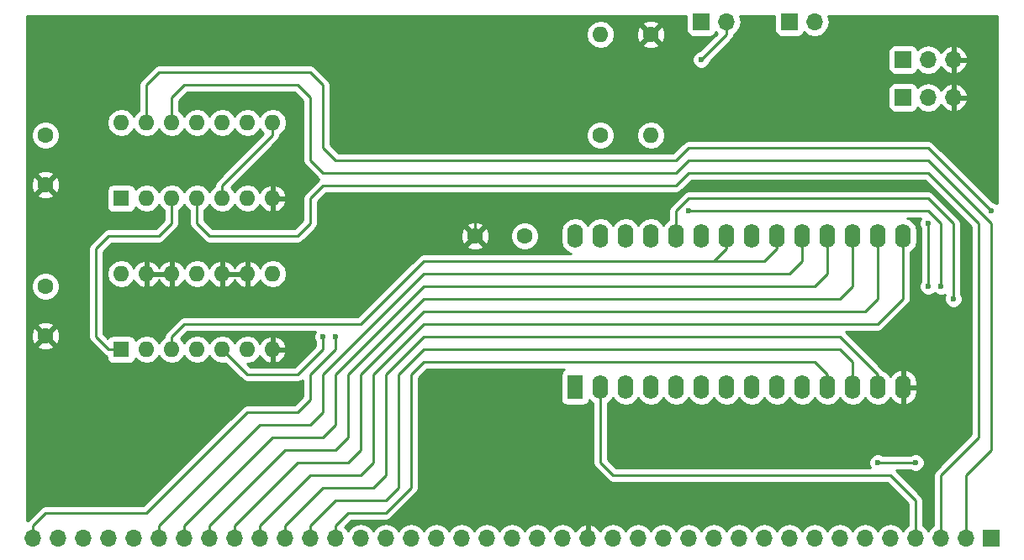
<source format=gbl>
G04 #@! TF.FileFunction,Copper,L2,Bot,Signal*
%FSLAX46Y46*%
G04 Gerber Fmt 4.6, Leading zero omitted, Abs format (unit mm)*
G04 Created by KiCad (PCBNEW 4.0.6) date 05/15/17 22:01:48*
%MOMM*%
%LPD*%
G01*
G04 APERTURE LIST*
%ADD10C,0.100000*%
%ADD11C,1.600000*%
%ADD12R,1.700000X1.700000*%
%ADD13O,1.700000X1.700000*%
%ADD14O,1.600000X1.600000*%
%ADD15R,1.600000X2.400000*%
%ADD16O,1.600000X2.400000*%
%ADD17R,1.600000X1.600000*%
%ADD18C,0.600000*%
%ADD19C,0.250000*%
%ADD20C,0.254000*%
G04 APERTURE END LIST*
D10*
D11*
X160020000Y-113030000D03*
X155020000Y-113030000D03*
X111760000Y-102870000D03*
X111760000Y-107870000D03*
X111760000Y-118110000D03*
X111760000Y-123110000D03*
D12*
X207010000Y-143510000D03*
D13*
X204470000Y-143510000D03*
X201930000Y-143510000D03*
X199390000Y-143510000D03*
X196850000Y-143510000D03*
X194310000Y-143510000D03*
X191770000Y-143510000D03*
X189230000Y-143510000D03*
X186690000Y-143510000D03*
X184150000Y-143510000D03*
X181610000Y-143510000D03*
X179070000Y-143510000D03*
X176530000Y-143510000D03*
X173990000Y-143510000D03*
X171450000Y-143510000D03*
X168910000Y-143510000D03*
X166370000Y-143510000D03*
X163830000Y-143510000D03*
X161290000Y-143510000D03*
X158750000Y-143510000D03*
X156210000Y-143510000D03*
X153670000Y-143510000D03*
X151130000Y-143510000D03*
X148590000Y-143510000D03*
X146050000Y-143510000D03*
X143510000Y-143510000D03*
X140970000Y-143510000D03*
X138430000Y-143510000D03*
X135890000Y-143510000D03*
X133350000Y-143510000D03*
X130810000Y-143510000D03*
X128270000Y-143510000D03*
X125730000Y-143510000D03*
X123190000Y-143510000D03*
X120650000Y-143510000D03*
X118110000Y-143510000D03*
X115570000Y-143510000D03*
X113030000Y-143510000D03*
X110490000Y-143510000D03*
D12*
X186690000Y-91440000D03*
D13*
X189230000Y-91440000D03*
D12*
X177800000Y-91440000D03*
D13*
X180340000Y-91440000D03*
D11*
X172720000Y-92710000D03*
D14*
X172720000Y-102870000D03*
D11*
X167640000Y-102870000D03*
D14*
X167640000Y-92710000D03*
D15*
X165100000Y-128270000D03*
D16*
X198120000Y-113030000D03*
X167640000Y-128270000D03*
X195580000Y-113030000D03*
X170180000Y-128270000D03*
X193040000Y-113030000D03*
X172720000Y-128270000D03*
X190500000Y-113030000D03*
X175260000Y-128270000D03*
X187960000Y-113030000D03*
X177800000Y-128270000D03*
X185420000Y-113030000D03*
X180340000Y-128270000D03*
X182880000Y-113030000D03*
X182880000Y-128270000D03*
X180340000Y-113030000D03*
X185420000Y-128270000D03*
X177800000Y-113030000D03*
X187960000Y-128270000D03*
X175260000Y-113030000D03*
X190500000Y-128270000D03*
X172720000Y-113030000D03*
X193040000Y-128270000D03*
X170180000Y-113030000D03*
X195580000Y-128270000D03*
X167640000Y-113030000D03*
X198120000Y-128270000D03*
X165100000Y-113030000D03*
D17*
X119380000Y-109220000D03*
D14*
X134620000Y-101600000D03*
X121920000Y-109220000D03*
X132080000Y-101600000D03*
X124460000Y-109220000D03*
X129540000Y-101600000D03*
X127000000Y-109220000D03*
X127000000Y-101600000D03*
X129540000Y-109220000D03*
X124460000Y-101600000D03*
X132080000Y-109220000D03*
X121920000Y-101600000D03*
X134620000Y-109220000D03*
X119380000Y-101600000D03*
D17*
X119380000Y-124460000D03*
D14*
X134620000Y-116840000D03*
X121920000Y-124460000D03*
X132080000Y-116840000D03*
X124460000Y-124460000D03*
X129540000Y-116840000D03*
X127000000Y-124460000D03*
X127000000Y-116840000D03*
X129540000Y-124460000D03*
X124460000Y-116840000D03*
X132080000Y-124460000D03*
X121920000Y-116840000D03*
X134620000Y-124460000D03*
X119380000Y-116840000D03*
D12*
X198120000Y-95250000D03*
D13*
X200660000Y-95250000D03*
X203200000Y-95250000D03*
D12*
X198120000Y-99060000D03*
D13*
X200660000Y-99060000D03*
X203200000Y-99060000D03*
D18*
X149860000Y-128270000D03*
X207010000Y-110490000D03*
X195580000Y-135890000D03*
X199390000Y-135890000D03*
X203200000Y-119380000D03*
X176530000Y-110490000D03*
X201930000Y-118110000D03*
X177800000Y-95250000D03*
X140970000Y-123190000D03*
X200660000Y-111760000D03*
X200660000Y-118110000D03*
X139700000Y-123190000D03*
D19*
X198120000Y-128270000D02*
X198120000Y-125730000D01*
X155020000Y-110410000D02*
X155020000Y-113030000D01*
X156210000Y-109220000D02*
X155020000Y-110410000D01*
X175260000Y-109220000D02*
X156210000Y-109220000D01*
X176530000Y-107950000D02*
X175260000Y-109220000D01*
X200660000Y-107950000D02*
X176530000Y-107950000D01*
X204470000Y-111760000D02*
X200660000Y-107950000D01*
X204470000Y-119380000D02*
X204470000Y-111760000D01*
X198120000Y-125730000D02*
X204470000Y-119380000D01*
X148590000Y-105410000D02*
X140970000Y-105410000D01*
X200660000Y-104140000D02*
X176530000Y-104140000D01*
X207010000Y-110490000D02*
X200660000Y-104140000D01*
X175260000Y-105410000D02*
X148590000Y-105410000D01*
X176530000Y-104140000D02*
X175260000Y-105410000D01*
X121920000Y-97790000D02*
X121920000Y-101600000D01*
X123190000Y-96520000D02*
X121920000Y-97790000D01*
X138430000Y-96520000D02*
X123190000Y-96520000D01*
X139700000Y-97790000D02*
X138430000Y-96520000D01*
X139700000Y-104140000D02*
X139700000Y-97790000D01*
X140970000Y-105410000D02*
X139700000Y-104140000D01*
X124460000Y-101600000D02*
X124460000Y-99060000D01*
X200660000Y-105410000D02*
X176530000Y-105410000D01*
X204470000Y-137160000D02*
X207010000Y-134620000D01*
X207010000Y-134620000D02*
X207010000Y-111760000D01*
X204470000Y-137160000D02*
X204470000Y-143510000D01*
X207010000Y-111760000D02*
X200660000Y-105410000D01*
X175260000Y-106680000D02*
X148590000Y-106680000D01*
X176530000Y-105410000D02*
X175260000Y-106680000D01*
X139700000Y-106680000D02*
X148590000Y-106680000D01*
X138430000Y-105410000D02*
X139700000Y-106680000D01*
X138430000Y-99060000D02*
X138430000Y-105410000D01*
X137160000Y-97790000D02*
X138430000Y-99060000D01*
X125730000Y-97790000D02*
X137160000Y-97790000D01*
X124460000Y-99060000D02*
X125730000Y-97790000D01*
X148590000Y-107950000D02*
X139700000Y-107950000D01*
X200660000Y-106680000D02*
X176530000Y-106680000D01*
X201930000Y-137160000D02*
X205740000Y-133350000D01*
X205740000Y-133350000D02*
X205740000Y-111760000D01*
X201930000Y-143510000D02*
X201930000Y-137160000D01*
X205740000Y-111760000D02*
X200660000Y-106680000D01*
X175260000Y-107950000D02*
X148590000Y-107950000D01*
X176530000Y-106680000D02*
X175260000Y-107950000D01*
X127000000Y-111760000D02*
X127000000Y-109220000D01*
X128270000Y-113030000D02*
X127000000Y-111760000D01*
X137160000Y-113030000D02*
X128270000Y-113030000D01*
X138430000Y-111760000D02*
X137160000Y-113030000D01*
X138430000Y-110490000D02*
X138430000Y-111760000D01*
X138430000Y-109220000D02*
X138430000Y-110490000D01*
X139700000Y-107950000D02*
X138430000Y-109220000D01*
X199390000Y-143510000D02*
X199390000Y-139700000D01*
X167640000Y-135890000D02*
X167640000Y-128270000D01*
X168910000Y-137160000D02*
X167640000Y-135890000D01*
X196850000Y-137160000D02*
X168910000Y-137160000D01*
X199390000Y-139700000D02*
X196850000Y-137160000D01*
X195580000Y-135890000D02*
X199390000Y-135890000D01*
X175260000Y-110490000D02*
X175260000Y-113030000D01*
X176530000Y-109220000D02*
X175260000Y-110490000D01*
X179070000Y-109220000D02*
X176530000Y-109220000D01*
X200660000Y-109220000D02*
X179070000Y-109220000D01*
X203200000Y-111760000D02*
X200660000Y-109220000D01*
X203200000Y-115570000D02*
X203200000Y-111760000D01*
X203200000Y-119380000D02*
X203200000Y-115570000D01*
X200660000Y-110490000D02*
X176530000Y-110490000D01*
X201930000Y-111760000D02*
X200660000Y-110490000D01*
X201930000Y-113030000D02*
X201930000Y-111760000D01*
X201930000Y-114300000D02*
X201930000Y-113030000D01*
X201930000Y-118110000D02*
X201930000Y-114300000D01*
X146050000Y-140970000D02*
X147320000Y-139700000D01*
X147320000Y-139700000D02*
X148590000Y-138430000D01*
X149860000Y-125730000D02*
X148590000Y-127000000D01*
X148590000Y-127000000D02*
X148590000Y-138430000D01*
X190500000Y-128270000D02*
X190500000Y-127000000D01*
X189230000Y-125730000D02*
X149860000Y-125730000D01*
X190500000Y-127000000D02*
X189230000Y-125730000D01*
X142240000Y-140970000D02*
X140970000Y-142240000D01*
X146050000Y-140970000D02*
X142240000Y-140970000D01*
X140970000Y-142240000D02*
X140970000Y-143510000D01*
X138430000Y-143510000D02*
X138430000Y-142240000D01*
X147320000Y-127000000D02*
X149860000Y-124460000D01*
X147320000Y-138430000D02*
X147320000Y-127000000D01*
X146050000Y-139700000D02*
X147320000Y-138430000D01*
X140970000Y-139700000D02*
X146050000Y-139700000D01*
X138430000Y-142240000D02*
X140970000Y-139700000D01*
X193040000Y-128270000D02*
X193040000Y-125730000D01*
X191770000Y-124460000D02*
X149860000Y-124460000D01*
X193040000Y-125730000D02*
X191770000Y-124460000D01*
X149860000Y-123190000D02*
X146050000Y-127000000D01*
X135890000Y-142240000D02*
X135890000Y-143510000D01*
X139700000Y-138430000D02*
X135890000Y-142240000D01*
X140970000Y-138430000D02*
X139700000Y-138430000D01*
X144780000Y-138430000D02*
X140970000Y-138430000D01*
X146050000Y-137160000D02*
X144780000Y-138430000D01*
X146050000Y-127000000D02*
X146050000Y-137160000D01*
X195580000Y-128270000D02*
X195580000Y-127000000D01*
X182880000Y-123190000D02*
X149860000Y-123190000D01*
X191770000Y-123190000D02*
X182880000Y-123190000D01*
X195580000Y-127000000D02*
X191770000Y-123190000D01*
X149860000Y-121920000D02*
X144780000Y-127000000D01*
X133350000Y-142240000D02*
X133350000Y-143510000D01*
X138430000Y-137160000D02*
X133350000Y-142240000D01*
X139700000Y-137160000D02*
X138430000Y-137160000D01*
X143510000Y-137160000D02*
X139700000Y-137160000D01*
X144780000Y-135890000D02*
X143510000Y-137160000D01*
X144780000Y-127000000D02*
X144780000Y-135890000D01*
X198120000Y-113030000D02*
X198120000Y-119380000D01*
X195580000Y-121920000D02*
X149860000Y-121920000D01*
X198120000Y-119380000D02*
X195580000Y-121920000D01*
X130810000Y-143510000D02*
X130810000Y-142240000D01*
X143510000Y-127000000D02*
X149860000Y-120650000D01*
X143510000Y-134620000D02*
X143510000Y-127000000D01*
X142240000Y-135890000D02*
X143510000Y-134620000D01*
X137160000Y-135890000D02*
X142240000Y-135890000D01*
X130810000Y-142240000D02*
X137160000Y-135890000D01*
X195580000Y-119380000D02*
X195580000Y-113030000D01*
X194310000Y-120650000D02*
X195580000Y-119380000D01*
X149860000Y-120650000D02*
X194310000Y-120650000D01*
X149860000Y-119380000D02*
X142240000Y-127000000D01*
X128270000Y-142240000D02*
X128270000Y-143510000D01*
X135890000Y-134620000D02*
X128270000Y-142240000D01*
X140970000Y-134620000D02*
X135890000Y-134620000D01*
X142240000Y-133350000D02*
X140970000Y-134620000D01*
X142240000Y-127000000D02*
X142240000Y-133350000D01*
X193040000Y-113030000D02*
X193040000Y-118110000D01*
X191770000Y-119380000D02*
X149860000Y-119380000D01*
X193040000Y-118110000D02*
X191770000Y-119380000D01*
X149860000Y-118110000D02*
X140970000Y-127000000D01*
X125730000Y-142240000D02*
X125730000Y-143510000D01*
X134620000Y-133350000D02*
X125730000Y-142240000D01*
X139700000Y-133350000D02*
X134620000Y-133350000D01*
X140970000Y-132080000D02*
X139700000Y-133350000D01*
X140970000Y-127000000D02*
X140970000Y-132080000D01*
X190500000Y-116840000D02*
X190500000Y-113030000D01*
X189230000Y-118110000D02*
X190500000Y-116840000D01*
X149860000Y-118110000D02*
X189230000Y-118110000D01*
X149860000Y-116840000D02*
X139700000Y-127000000D01*
X123190000Y-142240000D02*
X123190000Y-143510000D01*
X133350000Y-132080000D02*
X123190000Y-142240000D01*
X134620000Y-132080000D02*
X133350000Y-132080000D01*
X138430000Y-132080000D02*
X134620000Y-132080000D01*
X139700000Y-130810000D02*
X138430000Y-132080000D01*
X139700000Y-127000000D02*
X139700000Y-130810000D01*
X187960000Y-113030000D02*
X187960000Y-115570000D01*
X186690000Y-116840000D02*
X149860000Y-116840000D01*
X187960000Y-115570000D02*
X186690000Y-116840000D01*
X180340000Y-91440000D02*
X180340000Y-92710000D01*
X180340000Y-92710000D02*
X177800000Y-95250000D01*
X140970000Y-123190000D02*
X140970000Y-124460000D01*
X140970000Y-124460000D02*
X138430000Y-127000000D01*
X138430000Y-127000000D02*
X138430000Y-129540000D01*
X138430000Y-129540000D02*
X137160000Y-130810000D01*
X137160000Y-130810000D02*
X132080000Y-130810000D01*
X132080000Y-130810000D02*
X121920000Y-140970000D01*
X121920000Y-140970000D02*
X111760000Y-140970000D01*
X111760000Y-140970000D02*
X110490000Y-142240000D01*
X110490000Y-142240000D02*
X110490000Y-143510000D01*
X200660000Y-118110000D02*
X200660000Y-111760000D01*
X129540000Y-124460000D02*
X132080000Y-127000000D01*
X139700000Y-124460000D02*
X139700000Y-123190000D01*
X137160000Y-127000000D02*
X139700000Y-124460000D01*
X132080000Y-127000000D02*
X137160000Y-127000000D01*
X185420000Y-113030000D02*
X185420000Y-114300000D01*
X184150000Y-115570000D02*
X179070000Y-115570000D01*
X185420000Y-114300000D02*
X184150000Y-115570000D01*
X180340000Y-113030000D02*
X180340000Y-114300000D01*
X124460000Y-123190000D02*
X124460000Y-124460000D01*
X125730000Y-121920000D02*
X124460000Y-123190000D01*
X143510000Y-121920000D02*
X125730000Y-121920000D01*
X149860000Y-115570000D02*
X143510000Y-121920000D01*
X179070000Y-115570000D02*
X149860000Y-115570000D01*
X180340000Y-114300000D02*
X179070000Y-115570000D01*
X129540000Y-109220000D02*
X129540000Y-107950000D01*
X134620000Y-102870000D02*
X134620000Y-101600000D01*
X129540000Y-107950000D02*
X134620000Y-102870000D01*
X124460000Y-109220000D02*
X124460000Y-111760000D01*
X118110000Y-124460000D02*
X116840000Y-123190000D01*
X116840000Y-123190000D02*
X116840000Y-114300000D01*
X116840000Y-114300000D02*
X118110000Y-113030000D01*
X118110000Y-113030000D02*
X123190000Y-113030000D01*
X123190000Y-113030000D02*
X124460000Y-111760000D01*
X118110000Y-124460000D02*
X119380000Y-124460000D01*
D20*
G36*
X163848559Y-126605910D02*
X163703569Y-126818110D01*
X163652560Y-127070000D01*
X163652560Y-129470000D01*
X163696838Y-129705317D01*
X163835910Y-129921441D01*
X164048110Y-130066431D01*
X164300000Y-130117440D01*
X165900000Y-130117440D01*
X166135317Y-130073162D01*
X166351441Y-129934090D01*
X166496431Y-129721890D01*
X166526597Y-129572926D01*
X166625302Y-129720648D01*
X166880000Y-129890832D01*
X166880000Y-135890000D01*
X166937852Y-136180839D01*
X167102599Y-136427401D01*
X168372599Y-137697401D01*
X168619160Y-137862148D01*
X168910000Y-137920000D01*
X196535198Y-137920000D01*
X198630000Y-140014802D01*
X198630000Y-142237046D01*
X198339946Y-142430853D01*
X198120000Y-142760026D01*
X197900054Y-142430853D01*
X197418285Y-142108946D01*
X196850000Y-141995907D01*
X196281715Y-142108946D01*
X195799946Y-142430853D01*
X195580000Y-142760026D01*
X195360054Y-142430853D01*
X194878285Y-142108946D01*
X194310000Y-141995907D01*
X193741715Y-142108946D01*
X193259946Y-142430853D01*
X193040000Y-142760026D01*
X192820054Y-142430853D01*
X192338285Y-142108946D01*
X191770000Y-141995907D01*
X191201715Y-142108946D01*
X190719946Y-142430853D01*
X190500000Y-142760026D01*
X190280054Y-142430853D01*
X189798285Y-142108946D01*
X189230000Y-141995907D01*
X188661715Y-142108946D01*
X188179946Y-142430853D01*
X187960000Y-142760026D01*
X187740054Y-142430853D01*
X187258285Y-142108946D01*
X186690000Y-141995907D01*
X186121715Y-142108946D01*
X185639946Y-142430853D01*
X185420000Y-142760026D01*
X185200054Y-142430853D01*
X184718285Y-142108946D01*
X184150000Y-141995907D01*
X183581715Y-142108946D01*
X183099946Y-142430853D01*
X182880000Y-142760026D01*
X182660054Y-142430853D01*
X182178285Y-142108946D01*
X181610000Y-141995907D01*
X181041715Y-142108946D01*
X180559946Y-142430853D01*
X180340000Y-142760026D01*
X180120054Y-142430853D01*
X179638285Y-142108946D01*
X179070000Y-141995907D01*
X178501715Y-142108946D01*
X178019946Y-142430853D01*
X177800000Y-142760026D01*
X177580054Y-142430853D01*
X177098285Y-142108946D01*
X176530000Y-141995907D01*
X175961715Y-142108946D01*
X175479946Y-142430853D01*
X175260000Y-142760026D01*
X175040054Y-142430853D01*
X174558285Y-142108946D01*
X173990000Y-141995907D01*
X173421715Y-142108946D01*
X172939946Y-142430853D01*
X172720000Y-142760026D01*
X172500054Y-142430853D01*
X172018285Y-142108946D01*
X171450000Y-141995907D01*
X170881715Y-142108946D01*
X170399946Y-142430853D01*
X170180000Y-142760026D01*
X169960054Y-142430853D01*
X169478285Y-142108946D01*
X168910000Y-141995907D01*
X168341715Y-142108946D01*
X167859946Y-142430853D01*
X167632298Y-142771553D01*
X167565183Y-142628642D01*
X167136924Y-142238355D01*
X166726890Y-142068524D01*
X166497000Y-142189845D01*
X166497000Y-143383000D01*
X166517000Y-143383000D01*
X166517000Y-143637000D01*
X166497000Y-143637000D01*
X166497000Y-143657000D01*
X166243000Y-143657000D01*
X166243000Y-143637000D01*
X166223000Y-143637000D01*
X166223000Y-143383000D01*
X166243000Y-143383000D01*
X166243000Y-142189845D01*
X166013110Y-142068524D01*
X165603076Y-142238355D01*
X165174817Y-142628642D01*
X165107702Y-142771553D01*
X164880054Y-142430853D01*
X164398285Y-142108946D01*
X163830000Y-141995907D01*
X163261715Y-142108946D01*
X162779946Y-142430853D01*
X162560000Y-142760026D01*
X162340054Y-142430853D01*
X161858285Y-142108946D01*
X161290000Y-141995907D01*
X160721715Y-142108946D01*
X160239946Y-142430853D01*
X160020000Y-142760026D01*
X159800054Y-142430853D01*
X159318285Y-142108946D01*
X158750000Y-141995907D01*
X158181715Y-142108946D01*
X157699946Y-142430853D01*
X157480000Y-142760026D01*
X157260054Y-142430853D01*
X156778285Y-142108946D01*
X156210000Y-141995907D01*
X155641715Y-142108946D01*
X155159946Y-142430853D01*
X154940000Y-142760026D01*
X154720054Y-142430853D01*
X154238285Y-142108946D01*
X153670000Y-141995907D01*
X153101715Y-142108946D01*
X152619946Y-142430853D01*
X152400000Y-142760026D01*
X152180054Y-142430853D01*
X151698285Y-142108946D01*
X151130000Y-141995907D01*
X150561715Y-142108946D01*
X150079946Y-142430853D01*
X149860000Y-142760026D01*
X149640054Y-142430853D01*
X149158285Y-142108946D01*
X148590000Y-141995907D01*
X148021715Y-142108946D01*
X147539946Y-142430853D01*
X147320000Y-142760026D01*
X147100054Y-142430853D01*
X146618285Y-142108946D01*
X146050000Y-141995907D01*
X145481715Y-142108946D01*
X144999946Y-142430853D01*
X144780000Y-142760026D01*
X144560054Y-142430853D01*
X144078285Y-142108946D01*
X143510000Y-141995907D01*
X142941715Y-142108946D01*
X142459946Y-142430853D01*
X142240000Y-142760026D01*
X142020054Y-142430853D01*
X141920481Y-142364321D01*
X142554802Y-141730000D01*
X146050000Y-141730000D01*
X146340839Y-141672148D01*
X146587401Y-141507401D01*
X149127401Y-138967401D01*
X149292148Y-138720840D01*
X149350000Y-138430000D01*
X149350000Y-127314802D01*
X150174802Y-126490000D01*
X164028688Y-126490000D01*
X163848559Y-126605910D01*
X163848559Y-126605910D01*
G37*
X163848559Y-126605910D02*
X163703569Y-126818110D01*
X163652560Y-127070000D01*
X163652560Y-129470000D01*
X163696838Y-129705317D01*
X163835910Y-129921441D01*
X164048110Y-130066431D01*
X164300000Y-130117440D01*
X165900000Y-130117440D01*
X166135317Y-130073162D01*
X166351441Y-129934090D01*
X166496431Y-129721890D01*
X166526597Y-129572926D01*
X166625302Y-129720648D01*
X166880000Y-129890832D01*
X166880000Y-135890000D01*
X166937852Y-136180839D01*
X167102599Y-136427401D01*
X168372599Y-137697401D01*
X168619160Y-137862148D01*
X168910000Y-137920000D01*
X196535198Y-137920000D01*
X198630000Y-140014802D01*
X198630000Y-142237046D01*
X198339946Y-142430853D01*
X198120000Y-142760026D01*
X197900054Y-142430853D01*
X197418285Y-142108946D01*
X196850000Y-141995907D01*
X196281715Y-142108946D01*
X195799946Y-142430853D01*
X195580000Y-142760026D01*
X195360054Y-142430853D01*
X194878285Y-142108946D01*
X194310000Y-141995907D01*
X193741715Y-142108946D01*
X193259946Y-142430853D01*
X193040000Y-142760026D01*
X192820054Y-142430853D01*
X192338285Y-142108946D01*
X191770000Y-141995907D01*
X191201715Y-142108946D01*
X190719946Y-142430853D01*
X190500000Y-142760026D01*
X190280054Y-142430853D01*
X189798285Y-142108946D01*
X189230000Y-141995907D01*
X188661715Y-142108946D01*
X188179946Y-142430853D01*
X187960000Y-142760026D01*
X187740054Y-142430853D01*
X187258285Y-142108946D01*
X186690000Y-141995907D01*
X186121715Y-142108946D01*
X185639946Y-142430853D01*
X185420000Y-142760026D01*
X185200054Y-142430853D01*
X184718285Y-142108946D01*
X184150000Y-141995907D01*
X183581715Y-142108946D01*
X183099946Y-142430853D01*
X182880000Y-142760026D01*
X182660054Y-142430853D01*
X182178285Y-142108946D01*
X181610000Y-141995907D01*
X181041715Y-142108946D01*
X180559946Y-142430853D01*
X180340000Y-142760026D01*
X180120054Y-142430853D01*
X179638285Y-142108946D01*
X179070000Y-141995907D01*
X178501715Y-142108946D01*
X178019946Y-142430853D01*
X177800000Y-142760026D01*
X177580054Y-142430853D01*
X177098285Y-142108946D01*
X176530000Y-141995907D01*
X175961715Y-142108946D01*
X175479946Y-142430853D01*
X175260000Y-142760026D01*
X175040054Y-142430853D01*
X174558285Y-142108946D01*
X173990000Y-141995907D01*
X173421715Y-142108946D01*
X172939946Y-142430853D01*
X172720000Y-142760026D01*
X172500054Y-142430853D01*
X172018285Y-142108946D01*
X171450000Y-141995907D01*
X170881715Y-142108946D01*
X170399946Y-142430853D01*
X170180000Y-142760026D01*
X169960054Y-142430853D01*
X169478285Y-142108946D01*
X168910000Y-141995907D01*
X168341715Y-142108946D01*
X167859946Y-142430853D01*
X167632298Y-142771553D01*
X167565183Y-142628642D01*
X167136924Y-142238355D01*
X166726890Y-142068524D01*
X166497000Y-142189845D01*
X166497000Y-143383000D01*
X166517000Y-143383000D01*
X166517000Y-143637000D01*
X166497000Y-143637000D01*
X166497000Y-143657000D01*
X166243000Y-143657000D01*
X166243000Y-143637000D01*
X166223000Y-143637000D01*
X166223000Y-143383000D01*
X166243000Y-143383000D01*
X166243000Y-142189845D01*
X166013110Y-142068524D01*
X165603076Y-142238355D01*
X165174817Y-142628642D01*
X165107702Y-142771553D01*
X164880054Y-142430853D01*
X164398285Y-142108946D01*
X163830000Y-141995907D01*
X163261715Y-142108946D01*
X162779946Y-142430853D01*
X162560000Y-142760026D01*
X162340054Y-142430853D01*
X161858285Y-142108946D01*
X161290000Y-141995907D01*
X160721715Y-142108946D01*
X160239946Y-142430853D01*
X160020000Y-142760026D01*
X159800054Y-142430853D01*
X159318285Y-142108946D01*
X158750000Y-141995907D01*
X158181715Y-142108946D01*
X157699946Y-142430853D01*
X157480000Y-142760026D01*
X157260054Y-142430853D01*
X156778285Y-142108946D01*
X156210000Y-141995907D01*
X155641715Y-142108946D01*
X155159946Y-142430853D01*
X154940000Y-142760026D01*
X154720054Y-142430853D01*
X154238285Y-142108946D01*
X153670000Y-141995907D01*
X153101715Y-142108946D01*
X152619946Y-142430853D01*
X152400000Y-142760026D01*
X152180054Y-142430853D01*
X151698285Y-142108946D01*
X151130000Y-141995907D01*
X150561715Y-142108946D01*
X150079946Y-142430853D01*
X149860000Y-142760026D01*
X149640054Y-142430853D01*
X149158285Y-142108946D01*
X148590000Y-141995907D01*
X148021715Y-142108946D01*
X147539946Y-142430853D01*
X147320000Y-142760026D01*
X147100054Y-142430853D01*
X146618285Y-142108946D01*
X146050000Y-141995907D01*
X145481715Y-142108946D01*
X144999946Y-142430853D01*
X144780000Y-142760026D01*
X144560054Y-142430853D01*
X144078285Y-142108946D01*
X143510000Y-141995907D01*
X142941715Y-142108946D01*
X142459946Y-142430853D01*
X142240000Y-142760026D01*
X142020054Y-142430853D01*
X141920481Y-142364321D01*
X142554802Y-141730000D01*
X146050000Y-141730000D01*
X146340839Y-141672148D01*
X146587401Y-141507401D01*
X149127401Y-138967401D01*
X149292148Y-138720840D01*
X149350000Y-138430000D01*
X149350000Y-127314802D01*
X150174802Y-126490000D01*
X164028688Y-126490000D01*
X163848559Y-126605910D01*
G36*
X204980000Y-112074802D02*
X204980000Y-133035198D01*
X201392599Y-136622599D01*
X201227852Y-136869161D01*
X201170000Y-137160000D01*
X201170000Y-142237046D01*
X200879946Y-142430853D01*
X200660000Y-142760026D01*
X200440054Y-142430853D01*
X200150000Y-142237046D01*
X200150000Y-139700000D01*
X200092148Y-139409161D01*
X200092148Y-139409160D01*
X199927401Y-139162599D01*
X197414802Y-136650000D01*
X198827537Y-136650000D01*
X198859673Y-136682192D01*
X199203201Y-136824838D01*
X199575167Y-136825162D01*
X199918943Y-136683117D01*
X200182192Y-136420327D01*
X200324838Y-136076799D01*
X200325162Y-135704833D01*
X200183117Y-135361057D01*
X199920327Y-135097808D01*
X199576799Y-134955162D01*
X199204833Y-134954838D01*
X198861057Y-135096883D01*
X198827882Y-135130000D01*
X196142463Y-135130000D01*
X196110327Y-135097808D01*
X195766799Y-134955162D01*
X195394833Y-134954838D01*
X195051057Y-135096883D01*
X194787808Y-135359673D01*
X194645162Y-135703201D01*
X194644838Y-136075167D01*
X194779056Y-136400000D01*
X169224802Y-136400000D01*
X168400000Y-135575198D01*
X168400000Y-129890832D01*
X168654698Y-129720648D01*
X168910000Y-129338562D01*
X169165302Y-129720648D01*
X169630849Y-130031717D01*
X170180000Y-130140950D01*
X170729151Y-130031717D01*
X171194698Y-129720648D01*
X171450000Y-129338562D01*
X171705302Y-129720648D01*
X172170849Y-130031717D01*
X172720000Y-130140950D01*
X173269151Y-130031717D01*
X173734698Y-129720648D01*
X173990000Y-129338562D01*
X174245302Y-129720648D01*
X174710849Y-130031717D01*
X175260000Y-130140950D01*
X175809151Y-130031717D01*
X176274698Y-129720648D01*
X176530000Y-129338562D01*
X176785302Y-129720648D01*
X177250849Y-130031717D01*
X177800000Y-130140950D01*
X178349151Y-130031717D01*
X178814698Y-129720648D01*
X179070000Y-129338562D01*
X179325302Y-129720648D01*
X179790849Y-130031717D01*
X180340000Y-130140950D01*
X180889151Y-130031717D01*
X181354698Y-129720648D01*
X181610000Y-129338562D01*
X181865302Y-129720648D01*
X182330849Y-130031717D01*
X182880000Y-130140950D01*
X183429151Y-130031717D01*
X183894698Y-129720648D01*
X184150000Y-129338562D01*
X184405302Y-129720648D01*
X184870849Y-130031717D01*
X185420000Y-130140950D01*
X185969151Y-130031717D01*
X186434698Y-129720648D01*
X186690000Y-129338562D01*
X186945302Y-129720648D01*
X187410849Y-130031717D01*
X187960000Y-130140950D01*
X188509151Y-130031717D01*
X188974698Y-129720648D01*
X189230000Y-129338562D01*
X189485302Y-129720648D01*
X189950849Y-130031717D01*
X190500000Y-130140950D01*
X191049151Y-130031717D01*
X191514698Y-129720648D01*
X191770000Y-129338562D01*
X192025302Y-129720648D01*
X192490849Y-130031717D01*
X193040000Y-130140950D01*
X193589151Y-130031717D01*
X194054698Y-129720648D01*
X194310000Y-129338562D01*
X194565302Y-129720648D01*
X195030849Y-130031717D01*
X195580000Y-130140950D01*
X196129151Y-130031717D01*
X196594698Y-129720648D01*
X196847507Y-129342293D01*
X197195104Y-129774500D01*
X197688181Y-130044367D01*
X197770961Y-130061904D01*
X197993000Y-129939915D01*
X197993000Y-128397000D01*
X198247000Y-128397000D01*
X198247000Y-129939915D01*
X198469039Y-130061904D01*
X198551819Y-130044367D01*
X199044896Y-129774500D01*
X199397166Y-129336483D01*
X199555000Y-128797000D01*
X199555000Y-128397000D01*
X198247000Y-128397000D01*
X197993000Y-128397000D01*
X197973000Y-128397000D01*
X197973000Y-128143000D01*
X197993000Y-128143000D01*
X197993000Y-126600085D01*
X198247000Y-126600085D01*
X198247000Y-128143000D01*
X199555000Y-128143000D01*
X199555000Y-127743000D01*
X199397166Y-127203517D01*
X199044896Y-126765500D01*
X198551819Y-126495633D01*
X198469039Y-126478096D01*
X198247000Y-126600085D01*
X197993000Y-126600085D01*
X197770961Y-126478096D01*
X197688181Y-126495633D01*
X197195104Y-126765500D01*
X196847507Y-127197707D01*
X196594698Y-126819352D01*
X196163069Y-126530946D01*
X196117401Y-126462599D01*
X192334802Y-122680000D01*
X195580000Y-122680000D01*
X195870839Y-122622148D01*
X196117401Y-122457401D01*
X198657401Y-119917401D01*
X198822148Y-119670840D01*
X198842843Y-119566799D01*
X198880000Y-119380000D01*
X198880000Y-114650832D01*
X199134698Y-114480648D01*
X199445767Y-114015101D01*
X199555000Y-113465950D01*
X199555000Y-112594050D01*
X199445767Y-112044899D01*
X199134698Y-111579352D01*
X198669151Y-111268283D01*
X198577236Y-111250000D01*
X199859367Y-111250000D01*
X199725162Y-111573201D01*
X199724838Y-111945167D01*
X199866883Y-112288943D01*
X199900000Y-112322118D01*
X199900000Y-117547537D01*
X199867808Y-117579673D01*
X199725162Y-117923201D01*
X199724838Y-118295167D01*
X199866883Y-118638943D01*
X200129673Y-118902192D01*
X200473201Y-119044838D01*
X200845167Y-119045162D01*
X201188943Y-118903117D01*
X201294954Y-118797290D01*
X201399673Y-118902192D01*
X201743201Y-119044838D01*
X202115167Y-119045162D01*
X202370430Y-118939690D01*
X202265162Y-119193201D01*
X202264838Y-119565167D01*
X202406883Y-119908943D01*
X202669673Y-120172192D01*
X203013201Y-120314838D01*
X203385167Y-120315162D01*
X203728943Y-120173117D01*
X203992192Y-119910327D01*
X204134838Y-119566799D01*
X204135162Y-119194833D01*
X203993117Y-118851057D01*
X203960000Y-118817882D01*
X203960000Y-111760000D01*
X203902148Y-111469161D01*
X203902148Y-111469160D01*
X203737401Y-111222599D01*
X201197401Y-108682599D01*
X200950839Y-108517852D01*
X200660000Y-108460000D01*
X176530000Y-108460000D01*
X176239160Y-108517852D01*
X175992599Y-108682599D01*
X174722599Y-109952599D01*
X174557852Y-110199161D01*
X174500000Y-110490000D01*
X174500000Y-111409168D01*
X174245302Y-111579352D01*
X173990000Y-111961438D01*
X173734698Y-111579352D01*
X173269151Y-111268283D01*
X172720000Y-111159050D01*
X172170849Y-111268283D01*
X171705302Y-111579352D01*
X171450000Y-111961438D01*
X171194698Y-111579352D01*
X170729151Y-111268283D01*
X170180000Y-111159050D01*
X169630849Y-111268283D01*
X169165302Y-111579352D01*
X168910000Y-111961438D01*
X168654698Y-111579352D01*
X168189151Y-111268283D01*
X167640000Y-111159050D01*
X167090849Y-111268283D01*
X166625302Y-111579352D01*
X166370000Y-111961438D01*
X166114698Y-111579352D01*
X165649151Y-111268283D01*
X165100000Y-111159050D01*
X164550849Y-111268283D01*
X164085302Y-111579352D01*
X163774233Y-112044899D01*
X163665000Y-112594050D01*
X163665000Y-113465950D01*
X163774233Y-114015101D01*
X164085302Y-114480648D01*
X164550849Y-114791717D01*
X164642764Y-114810000D01*
X149860000Y-114810000D01*
X149569161Y-114867852D01*
X149322599Y-115032599D01*
X143195198Y-121160000D01*
X125730000Y-121160000D01*
X125439160Y-121217852D01*
X125192599Y-121382599D01*
X123922599Y-122652599D01*
X123757852Y-122899161D01*
X123700000Y-123190000D01*
X123700000Y-123247005D01*
X123445302Y-123417189D01*
X123190000Y-123799275D01*
X122934698Y-123417189D01*
X122469151Y-123106120D01*
X121920000Y-122996887D01*
X121370849Y-123106120D01*
X120905302Y-123417189D01*
X120808899Y-123561465D01*
X120783162Y-123424683D01*
X120644090Y-123208559D01*
X120431890Y-123063569D01*
X120180000Y-123012560D01*
X118580000Y-123012560D01*
X118344683Y-123056838D01*
X118128559Y-123195910D01*
X118044190Y-123319388D01*
X117600000Y-122875198D01*
X117600000Y-116811887D01*
X117945000Y-116811887D01*
X117945000Y-116868113D01*
X118054233Y-117417264D01*
X118365302Y-117882811D01*
X118830849Y-118193880D01*
X119380000Y-118303113D01*
X119929151Y-118193880D01*
X120394698Y-117882811D01*
X120664986Y-117478297D01*
X120767611Y-117695134D01*
X121182577Y-118071041D01*
X121570961Y-118231904D01*
X121793000Y-118109915D01*
X121793000Y-116967000D01*
X122047000Y-116967000D01*
X122047000Y-118109915D01*
X122269039Y-118231904D01*
X122657423Y-118071041D01*
X123072389Y-117695134D01*
X123190000Y-117446633D01*
X123307611Y-117695134D01*
X123722577Y-118071041D01*
X124110961Y-118231904D01*
X124333000Y-118109915D01*
X124333000Y-116967000D01*
X122047000Y-116967000D01*
X121793000Y-116967000D01*
X121773000Y-116967000D01*
X121773000Y-116713000D01*
X121793000Y-116713000D01*
X121793000Y-115570085D01*
X122047000Y-115570085D01*
X122047000Y-116713000D01*
X124333000Y-116713000D01*
X124333000Y-115570085D01*
X124587000Y-115570085D01*
X124587000Y-116713000D01*
X124607000Y-116713000D01*
X124607000Y-116967000D01*
X124587000Y-116967000D01*
X124587000Y-118109915D01*
X124809039Y-118231904D01*
X125197423Y-118071041D01*
X125612389Y-117695134D01*
X125715014Y-117478297D01*
X125985302Y-117882811D01*
X126450849Y-118193880D01*
X127000000Y-118303113D01*
X127549151Y-118193880D01*
X128014698Y-117882811D01*
X128284986Y-117478297D01*
X128387611Y-117695134D01*
X128802577Y-118071041D01*
X129190961Y-118231904D01*
X129413000Y-118109915D01*
X129413000Y-116967000D01*
X129667000Y-116967000D01*
X129667000Y-118109915D01*
X129889039Y-118231904D01*
X130277423Y-118071041D01*
X130692389Y-117695134D01*
X130810000Y-117446633D01*
X130927611Y-117695134D01*
X131342577Y-118071041D01*
X131730961Y-118231904D01*
X131953000Y-118109915D01*
X131953000Y-116967000D01*
X129667000Y-116967000D01*
X129413000Y-116967000D01*
X129393000Y-116967000D01*
X129393000Y-116713000D01*
X129413000Y-116713000D01*
X129413000Y-115570085D01*
X129667000Y-115570085D01*
X129667000Y-116713000D01*
X131953000Y-116713000D01*
X131953000Y-115570085D01*
X132207000Y-115570085D01*
X132207000Y-116713000D01*
X132227000Y-116713000D01*
X132227000Y-116967000D01*
X132207000Y-116967000D01*
X132207000Y-118109915D01*
X132429039Y-118231904D01*
X132817423Y-118071041D01*
X133232389Y-117695134D01*
X133335014Y-117478297D01*
X133605302Y-117882811D01*
X134070849Y-118193880D01*
X134620000Y-118303113D01*
X135169151Y-118193880D01*
X135634698Y-117882811D01*
X135945767Y-117417264D01*
X136055000Y-116868113D01*
X136055000Y-116811887D01*
X135945767Y-116262736D01*
X135634698Y-115797189D01*
X135169151Y-115486120D01*
X134620000Y-115376887D01*
X134070849Y-115486120D01*
X133605302Y-115797189D01*
X133335014Y-116201703D01*
X133232389Y-115984866D01*
X132817423Y-115608959D01*
X132429039Y-115448096D01*
X132207000Y-115570085D01*
X131953000Y-115570085D01*
X131730961Y-115448096D01*
X131342577Y-115608959D01*
X130927611Y-115984866D01*
X130810000Y-116233367D01*
X130692389Y-115984866D01*
X130277423Y-115608959D01*
X129889039Y-115448096D01*
X129667000Y-115570085D01*
X129413000Y-115570085D01*
X129190961Y-115448096D01*
X128802577Y-115608959D01*
X128387611Y-115984866D01*
X128284986Y-116201703D01*
X128014698Y-115797189D01*
X127549151Y-115486120D01*
X127000000Y-115376887D01*
X126450849Y-115486120D01*
X125985302Y-115797189D01*
X125715014Y-116201703D01*
X125612389Y-115984866D01*
X125197423Y-115608959D01*
X124809039Y-115448096D01*
X124587000Y-115570085D01*
X124333000Y-115570085D01*
X124110961Y-115448096D01*
X123722577Y-115608959D01*
X123307611Y-115984866D01*
X123190000Y-116233367D01*
X123072389Y-115984866D01*
X122657423Y-115608959D01*
X122269039Y-115448096D01*
X122047000Y-115570085D01*
X121793000Y-115570085D01*
X121570961Y-115448096D01*
X121182577Y-115608959D01*
X120767611Y-115984866D01*
X120664986Y-116201703D01*
X120394698Y-115797189D01*
X119929151Y-115486120D01*
X119380000Y-115376887D01*
X118830849Y-115486120D01*
X118365302Y-115797189D01*
X118054233Y-116262736D01*
X117945000Y-116811887D01*
X117600000Y-116811887D01*
X117600000Y-114614802D01*
X118177057Y-114037745D01*
X154191861Y-114037745D01*
X154265995Y-114283864D01*
X154803223Y-114476965D01*
X155373454Y-114449778D01*
X155774005Y-114283864D01*
X155848139Y-114037745D01*
X155020000Y-113209605D01*
X154191861Y-114037745D01*
X118177057Y-114037745D01*
X118424802Y-113790000D01*
X123190000Y-113790000D01*
X123480839Y-113732148D01*
X123727401Y-113567401D01*
X124997401Y-112297401D01*
X125162148Y-112050840D01*
X125220000Y-111760000D01*
X125220000Y-110432995D01*
X125474698Y-110262811D01*
X125730000Y-109880725D01*
X125985302Y-110262811D01*
X126240000Y-110432995D01*
X126240000Y-111760000D01*
X126297852Y-112050839D01*
X126462599Y-112297401D01*
X127732599Y-113567401D01*
X127979160Y-113732148D01*
X128270000Y-113790000D01*
X137160000Y-113790000D01*
X137450839Y-113732148D01*
X137697401Y-113567401D01*
X138451579Y-112813223D01*
X153573035Y-112813223D01*
X153600222Y-113383454D01*
X153766136Y-113784005D01*
X154012255Y-113858139D01*
X154840395Y-113030000D01*
X155199605Y-113030000D01*
X156027745Y-113858139D01*
X156273864Y-113784005D01*
X156442735Y-113314187D01*
X158584752Y-113314187D01*
X158802757Y-113841800D01*
X159206077Y-114245824D01*
X159733309Y-114464750D01*
X160304187Y-114465248D01*
X160831800Y-114247243D01*
X161235824Y-113843923D01*
X161454750Y-113316691D01*
X161455248Y-112745813D01*
X161237243Y-112218200D01*
X160833923Y-111814176D01*
X160306691Y-111595250D01*
X159735813Y-111594752D01*
X159208200Y-111812757D01*
X158804176Y-112216077D01*
X158585250Y-112743309D01*
X158584752Y-113314187D01*
X156442735Y-113314187D01*
X156466965Y-113246777D01*
X156439778Y-112676546D01*
X156273864Y-112275995D01*
X156027745Y-112201861D01*
X155199605Y-113030000D01*
X154840395Y-113030000D01*
X154012255Y-112201861D01*
X153766136Y-112275995D01*
X153573035Y-112813223D01*
X138451579Y-112813223D01*
X138967401Y-112297401D01*
X139132148Y-112050840D01*
X139137833Y-112022255D01*
X154191861Y-112022255D01*
X155020000Y-112850395D01*
X155848139Y-112022255D01*
X155774005Y-111776136D01*
X155236777Y-111583035D01*
X154666546Y-111610222D01*
X154265995Y-111776136D01*
X154191861Y-112022255D01*
X139137833Y-112022255D01*
X139190000Y-111760000D01*
X139190000Y-109534802D01*
X140014802Y-108710000D01*
X175260000Y-108710000D01*
X175550839Y-108652148D01*
X175797401Y-108487401D01*
X176844802Y-107440000D01*
X200345198Y-107440000D01*
X204980000Y-112074802D01*
X204980000Y-112074802D01*
G37*
X204980000Y-112074802D02*
X204980000Y-133035198D01*
X201392599Y-136622599D01*
X201227852Y-136869161D01*
X201170000Y-137160000D01*
X201170000Y-142237046D01*
X200879946Y-142430853D01*
X200660000Y-142760026D01*
X200440054Y-142430853D01*
X200150000Y-142237046D01*
X200150000Y-139700000D01*
X200092148Y-139409161D01*
X200092148Y-139409160D01*
X199927401Y-139162599D01*
X197414802Y-136650000D01*
X198827537Y-136650000D01*
X198859673Y-136682192D01*
X199203201Y-136824838D01*
X199575167Y-136825162D01*
X199918943Y-136683117D01*
X200182192Y-136420327D01*
X200324838Y-136076799D01*
X200325162Y-135704833D01*
X200183117Y-135361057D01*
X199920327Y-135097808D01*
X199576799Y-134955162D01*
X199204833Y-134954838D01*
X198861057Y-135096883D01*
X198827882Y-135130000D01*
X196142463Y-135130000D01*
X196110327Y-135097808D01*
X195766799Y-134955162D01*
X195394833Y-134954838D01*
X195051057Y-135096883D01*
X194787808Y-135359673D01*
X194645162Y-135703201D01*
X194644838Y-136075167D01*
X194779056Y-136400000D01*
X169224802Y-136400000D01*
X168400000Y-135575198D01*
X168400000Y-129890832D01*
X168654698Y-129720648D01*
X168910000Y-129338562D01*
X169165302Y-129720648D01*
X169630849Y-130031717D01*
X170180000Y-130140950D01*
X170729151Y-130031717D01*
X171194698Y-129720648D01*
X171450000Y-129338562D01*
X171705302Y-129720648D01*
X172170849Y-130031717D01*
X172720000Y-130140950D01*
X173269151Y-130031717D01*
X173734698Y-129720648D01*
X173990000Y-129338562D01*
X174245302Y-129720648D01*
X174710849Y-130031717D01*
X175260000Y-130140950D01*
X175809151Y-130031717D01*
X176274698Y-129720648D01*
X176530000Y-129338562D01*
X176785302Y-129720648D01*
X177250849Y-130031717D01*
X177800000Y-130140950D01*
X178349151Y-130031717D01*
X178814698Y-129720648D01*
X179070000Y-129338562D01*
X179325302Y-129720648D01*
X179790849Y-130031717D01*
X180340000Y-130140950D01*
X180889151Y-130031717D01*
X181354698Y-129720648D01*
X181610000Y-129338562D01*
X181865302Y-129720648D01*
X182330849Y-130031717D01*
X182880000Y-130140950D01*
X183429151Y-130031717D01*
X183894698Y-129720648D01*
X184150000Y-129338562D01*
X184405302Y-129720648D01*
X184870849Y-130031717D01*
X185420000Y-130140950D01*
X185969151Y-130031717D01*
X186434698Y-129720648D01*
X186690000Y-129338562D01*
X186945302Y-129720648D01*
X187410849Y-130031717D01*
X187960000Y-130140950D01*
X188509151Y-130031717D01*
X188974698Y-129720648D01*
X189230000Y-129338562D01*
X189485302Y-129720648D01*
X189950849Y-130031717D01*
X190500000Y-130140950D01*
X191049151Y-130031717D01*
X191514698Y-129720648D01*
X191770000Y-129338562D01*
X192025302Y-129720648D01*
X192490849Y-130031717D01*
X193040000Y-130140950D01*
X193589151Y-130031717D01*
X194054698Y-129720648D01*
X194310000Y-129338562D01*
X194565302Y-129720648D01*
X195030849Y-130031717D01*
X195580000Y-130140950D01*
X196129151Y-130031717D01*
X196594698Y-129720648D01*
X196847507Y-129342293D01*
X197195104Y-129774500D01*
X197688181Y-130044367D01*
X197770961Y-130061904D01*
X197993000Y-129939915D01*
X197993000Y-128397000D01*
X198247000Y-128397000D01*
X198247000Y-129939915D01*
X198469039Y-130061904D01*
X198551819Y-130044367D01*
X199044896Y-129774500D01*
X199397166Y-129336483D01*
X199555000Y-128797000D01*
X199555000Y-128397000D01*
X198247000Y-128397000D01*
X197993000Y-128397000D01*
X197973000Y-128397000D01*
X197973000Y-128143000D01*
X197993000Y-128143000D01*
X197993000Y-126600085D01*
X198247000Y-126600085D01*
X198247000Y-128143000D01*
X199555000Y-128143000D01*
X199555000Y-127743000D01*
X199397166Y-127203517D01*
X199044896Y-126765500D01*
X198551819Y-126495633D01*
X198469039Y-126478096D01*
X198247000Y-126600085D01*
X197993000Y-126600085D01*
X197770961Y-126478096D01*
X197688181Y-126495633D01*
X197195104Y-126765500D01*
X196847507Y-127197707D01*
X196594698Y-126819352D01*
X196163069Y-126530946D01*
X196117401Y-126462599D01*
X192334802Y-122680000D01*
X195580000Y-122680000D01*
X195870839Y-122622148D01*
X196117401Y-122457401D01*
X198657401Y-119917401D01*
X198822148Y-119670840D01*
X198842843Y-119566799D01*
X198880000Y-119380000D01*
X198880000Y-114650832D01*
X199134698Y-114480648D01*
X199445767Y-114015101D01*
X199555000Y-113465950D01*
X199555000Y-112594050D01*
X199445767Y-112044899D01*
X199134698Y-111579352D01*
X198669151Y-111268283D01*
X198577236Y-111250000D01*
X199859367Y-111250000D01*
X199725162Y-111573201D01*
X199724838Y-111945167D01*
X199866883Y-112288943D01*
X199900000Y-112322118D01*
X199900000Y-117547537D01*
X199867808Y-117579673D01*
X199725162Y-117923201D01*
X199724838Y-118295167D01*
X199866883Y-118638943D01*
X200129673Y-118902192D01*
X200473201Y-119044838D01*
X200845167Y-119045162D01*
X201188943Y-118903117D01*
X201294954Y-118797290D01*
X201399673Y-118902192D01*
X201743201Y-119044838D01*
X202115167Y-119045162D01*
X202370430Y-118939690D01*
X202265162Y-119193201D01*
X202264838Y-119565167D01*
X202406883Y-119908943D01*
X202669673Y-120172192D01*
X203013201Y-120314838D01*
X203385167Y-120315162D01*
X203728943Y-120173117D01*
X203992192Y-119910327D01*
X204134838Y-119566799D01*
X204135162Y-119194833D01*
X203993117Y-118851057D01*
X203960000Y-118817882D01*
X203960000Y-111760000D01*
X203902148Y-111469161D01*
X203902148Y-111469160D01*
X203737401Y-111222599D01*
X201197401Y-108682599D01*
X200950839Y-108517852D01*
X200660000Y-108460000D01*
X176530000Y-108460000D01*
X176239160Y-108517852D01*
X175992599Y-108682599D01*
X174722599Y-109952599D01*
X174557852Y-110199161D01*
X174500000Y-110490000D01*
X174500000Y-111409168D01*
X174245302Y-111579352D01*
X173990000Y-111961438D01*
X173734698Y-111579352D01*
X173269151Y-111268283D01*
X172720000Y-111159050D01*
X172170849Y-111268283D01*
X171705302Y-111579352D01*
X171450000Y-111961438D01*
X171194698Y-111579352D01*
X170729151Y-111268283D01*
X170180000Y-111159050D01*
X169630849Y-111268283D01*
X169165302Y-111579352D01*
X168910000Y-111961438D01*
X168654698Y-111579352D01*
X168189151Y-111268283D01*
X167640000Y-111159050D01*
X167090849Y-111268283D01*
X166625302Y-111579352D01*
X166370000Y-111961438D01*
X166114698Y-111579352D01*
X165649151Y-111268283D01*
X165100000Y-111159050D01*
X164550849Y-111268283D01*
X164085302Y-111579352D01*
X163774233Y-112044899D01*
X163665000Y-112594050D01*
X163665000Y-113465950D01*
X163774233Y-114015101D01*
X164085302Y-114480648D01*
X164550849Y-114791717D01*
X164642764Y-114810000D01*
X149860000Y-114810000D01*
X149569161Y-114867852D01*
X149322599Y-115032599D01*
X143195198Y-121160000D01*
X125730000Y-121160000D01*
X125439160Y-121217852D01*
X125192599Y-121382599D01*
X123922599Y-122652599D01*
X123757852Y-122899161D01*
X123700000Y-123190000D01*
X123700000Y-123247005D01*
X123445302Y-123417189D01*
X123190000Y-123799275D01*
X122934698Y-123417189D01*
X122469151Y-123106120D01*
X121920000Y-122996887D01*
X121370849Y-123106120D01*
X120905302Y-123417189D01*
X120808899Y-123561465D01*
X120783162Y-123424683D01*
X120644090Y-123208559D01*
X120431890Y-123063569D01*
X120180000Y-123012560D01*
X118580000Y-123012560D01*
X118344683Y-123056838D01*
X118128559Y-123195910D01*
X118044190Y-123319388D01*
X117600000Y-122875198D01*
X117600000Y-116811887D01*
X117945000Y-116811887D01*
X117945000Y-116868113D01*
X118054233Y-117417264D01*
X118365302Y-117882811D01*
X118830849Y-118193880D01*
X119380000Y-118303113D01*
X119929151Y-118193880D01*
X120394698Y-117882811D01*
X120664986Y-117478297D01*
X120767611Y-117695134D01*
X121182577Y-118071041D01*
X121570961Y-118231904D01*
X121793000Y-118109915D01*
X121793000Y-116967000D01*
X122047000Y-116967000D01*
X122047000Y-118109915D01*
X122269039Y-118231904D01*
X122657423Y-118071041D01*
X123072389Y-117695134D01*
X123190000Y-117446633D01*
X123307611Y-117695134D01*
X123722577Y-118071041D01*
X124110961Y-118231904D01*
X124333000Y-118109915D01*
X124333000Y-116967000D01*
X122047000Y-116967000D01*
X121793000Y-116967000D01*
X121773000Y-116967000D01*
X121773000Y-116713000D01*
X121793000Y-116713000D01*
X121793000Y-115570085D01*
X122047000Y-115570085D01*
X122047000Y-116713000D01*
X124333000Y-116713000D01*
X124333000Y-115570085D01*
X124587000Y-115570085D01*
X124587000Y-116713000D01*
X124607000Y-116713000D01*
X124607000Y-116967000D01*
X124587000Y-116967000D01*
X124587000Y-118109915D01*
X124809039Y-118231904D01*
X125197423Y-118071041D01*
X125612389Y-117695134D01*
X125715014Y-117478297D01*
X125985302Y-117882811D01*
X126450849Y-118193880D01*
X127000000Y-118303113D01*
X127549151Y-118193880D01*
X128014698Y-117882811D01*
X128284986Y-117478297D01*
X128387611Y-117695134D01*
X128802577Y-118071041D01*
X129190961Y-118231904D01*
X129413000Y-118109915D01*
X129413000Y-116967000D01*
X129667000Y-116967000D01*
X129667000Y-118109915D01*
X129889039Y-118231904D01*
X130277423Y-118071041D01*
X130692389Y-117695134D01*
X130810000Y-117446633D01*
X130927611Y-117695134D01*
X131342577Y-118071041D01*
X131730961Y-118231904D01*
X131953000Y-118109915D01*
X131953000Y-116967000D01*
X129667000Y-116967000D01*
X129413000Y-116967000D01*
X129393000Y-116967000D01*
X129393000Y-116713000D01*
X129413000Y-116713000D01*
X129413000Y-115570085D01*
X129667000Y-115570085D01*
X129667000Y-116713000D01*
X131953000Y-116713000D01*
X131953000Y-115570085D01*
X132207000Y-115570085D01*
X132207000Y-116713000D01*
X132227000Y-116713000D01*
X132227000Y-116967000D01*
X132207000Y-116967000D01*
X132207000Y-118109915D01*
X132429039Y-118231904D01*
X132817423Y-118071041D01*
X133232389Y-117695134D01*
X133335014Y-117478297D01*
X133605302Y-117882811D01*
X134070849Y-118193880D01*
X134620000Y-118303113D01*
X135169151Y-118193880D01*
X135634698Y-117882811D01*
X135945767Y-117417264D01*
X136055000Y-116868113D01*
X136055000Y-116811887D01*
X135945767Y-116262736D01*
X135634698Y-115797189D01*
X135169151Y-115486120D01*
X134620000Y-115376887D01*
X134070849Y-115486120D01*
X133605302Y-115797189D01*
X133335014Y-116201703D01*
X133232389Y-115984866D01*
X132817423Y-115608959D01*
X132429039Y-115448096D01*
X132207000Y-115570085D01*
X131953000Y-115570085D01*
X131730961Y-115448096D01*
X131342577Y-115608959D01*
X130927611Y-115984866D01*
X130810000Y-116233367D01*
X130692389Y-115984866D01*
X130277423Y-115608959D01*
X129889039Y-115448096D01*
X129667000Y-115570085D01*
X129413000Y-115570085D01*
X129190961Y-115448096D01*
X128802577Y-115608959D01*
X128387611Y-115984866D01*
X128284986Y-116201703D01*
X128014698Y-115797189D01*
X127549151Y-115486120D01*
X127000000Y-115376887D01*
X126450849Y-115486120D01*
X125985302Y-115797189D01*
X125715014Y-116201703D01*
X125612389Y-115984866D01*
X125197423Y-115608959D01*
X124809039Y-115448096D01*
X124587000Y-115570085D01*
X124333000Y-115570085D01*
X124110961Y-115448096D01*
X123722577Y-115608959D01*
X123307611Y-115984866D01*
X123190000Y-116233367D01*
X123072389Y-115984866D01*
X122657423Y-115608959D01*
X122269039Y-115448096D01*
X122047000Y-115570085D01*
X121793000Y-115570085D01*
X121570961Y-115448096D01*
X121182577Y-115608959D01*
X120767611Y-115984866D01*
X120664986Y-116201703D01*
X120394698Y-115797189D01*
X119929151Y-115486120D01*
X119380000Y-115376887D01*
X118830849Y-115486120D01*
X118365302Y-115797189D01*
X118054233Y-116262736D01*
X117945000Y-116811887D01*
X117600000Y-116811887D01*
X117600000Y-114614802D01*
X118177057Y-114037745D01*
X154191861Y-114037745D01*
X154265995Y-114283864D01*
X154803223Y-114476965D01*
X155373454Y-114449778D01*
X155774005Y-114283864D01*
X155848139Y-114037745D01*
X155020000Y-113209605D01*
X154191861Y-114037745D01*
X118177057Y-114037745D01*
X118424802Y-113790000D01*
X123190000Y-113790000D01*
X123480839Y-113732148D01*
X123727401Y-113567401D01*
X124997401Y-112297401D01*
X125162148Y-112050840D01*
X125220000Y-111760000D01*
X125220000Y-110432995D01*
X125474698Y-110262811D01*
X125730000Y-109880725D01*
X125985302Y-110262811D01*
X126240000Y-110432995D01*
X126240000Y-111760000D01*
X126297852Y-112050839D01*
X126462599Y-112297401D01*
X127732599Y-113567401D01*
X127979160Y-113732148D01*
X128270000Y-113790000D01*
X137160000Y-113790000D01*
X137450839Y-113732148D01*
X137697401Y-113567401D01*
X138451579Y-112813223D01*
X153573035Y-112813223D01*
X153600222Y-113383454D01*
X153766136Y-113784005D01*
X154012255Y-113858139D01*
X154840395Y-113030000D01*
X155199605Y-113030000D01*
X156027745Y-113858139D01*
X156273864Y-113784005D01*
X156442735Y-113314187D01*
X158584752Y-113314187D01*
X158802757Y-113841800D01*
X159206077Y-114245824D01*
X159733309Y-114464750D01*
X160304187Y-114465248D01*
X160831800Y-114247243D01*
X161235824Y-113843923D01*
X161454750Y-113316691D01*
X161455248Y-112745813D01*
X161237243Y-112218200D01*
X160833923Y-111814176D01*
X160306691Y-111595250D01*
X159735813Y-111594752D01*
X159208200Y-111812757D01*
X158804176Y-112216077D01*
X158585250Y-112743309D01*
X158584752Y-113314187D01*
X156442735Y-113314187D01*
X156466965Y-113246777D01*
X156439778Y-112676546D01*
X156273864Y-112275995D01*
X156027745Y-112201861D01*
X155199605Y-113030000D01*
X154840395Y-113030000D01*
X154012255Y-112201861D01*
X153766136Y-112275995D01*
X153573035Y-112813223D01*
X138451579Y-112813223D01*
X138967401Y-112297401D01*
X139132148Y-112050840D01*
X139137833Y-112022255D01*
X154191861Y-112022255D01*
X155020000Y-112850395D01*
X155848139Y-112022255D01*
X155774005Y-111776136D01*
X155236777Y-111583035D01*
X154666546Y-111610222D01*
X154265995Y-111776136D01*
X154191861Y-112022255D01*
X139137833Y-112022255D01*
X139190000Y-111760000D01*
X139190000Y-109534802D01*
X140014802Y-108710000D01*
X175260000Y-108710000D01*
X175550839Y-108652148D01*
X175797401Y-108487401D01*
X176844802Y-107440000D01*
X200345198Y-107440000D01*
X204980000Y-112074802D01*
G36*
X176302560Y-92290000D02*
X176346838Y-92525317D01*
X176485910Y-92741441D01*
X176698110Y-92886431D01*
X176950000Y-92937440D01*
X178650000Y-92937440D01*
X178885317Y-92893162D01*
X179101441Y-92754090D01*
X179246431Y-92541890D01*
X179260086Y-92474459D01*
X179289946Y-92519147D01*
X179389519Y-92585679D01*
X177660320Y-94314878D01*
X177614833Y-94314838D01*
X177271057Y-94456883D01*
X177007808Y-94719673D01*
X176865162Y-95063201D01*
X176864838Y-95435167D01*
X177006883Y-95778943D01*
X177269673Y-96042192D01*
X177613201Y-96184838D01*
X177985167Y-96185162D01*
X178328943Y-96043117D01*
X178592192Y-95780327D01*
X178734838Y-95436799D01*
X178734879Y-95389923D01*
X179724802Y-94400000D01*
X196622560Y-94400000D01*
X196622560Y-96100000D01*
X196666838Y-96335317D01*
X196805910Y-96551441D01*
X197018110Y-96696431D01*
X197270000Y-96747440D01*
X198970000Y-96747440D01*
X199205317Y-96703162D01*
X199421441Y-96564090D01*
X199566431Y-96351890D01*
X199580086Y-96284459D01*
X199609946Y-96329147D01*
X200091715Y-96651054D01*
X200660000Y-96764093D01*
X201228285Y-96651054D01*
X201710054Y-96329147D01*
X201937702Y-95988447D01*
X202004817Y-96131358D01*
X202433076Y-96521645D01*
X202843110Y-96691476D01*
X203073000Y-96570155D01*
X203073000Y-95377000D01*
X203327000Y-95377000D01*
X203327000Y-96570155D01*
X203556890Y-96691476D01*
X203966924Y-96521645D01*
X204395183Y-96131358D01*
X204641486Y-95606892D01*
X204520819Y-95377000D01*
X203327000Y-95377000D01*
X203073000Y-95377000D01*
X203053000Y-95377000D01*
X203053000Y-95123000D01*
X203073000Y-95123000D01*
X203073000Y-93929845D01*
X203327000Y-93929845D01*
X203327000Y-95123000D01*
X204520819Y-95123000D01*
X204641486Y-94893108D01*
X204395183Y-94368642D01*
X203966924Y-93978355D01*
X203556890Y-93808524D01*
X203327000Y-93929845D01*
X203073000Y-93929845D01*
X202843110Y-93808524D01*
X202433076Y-93978355D01*
X202004817Y-94368642D01*
X201937702Y-94511553D01*
X201710054Y-94170853D01*
X201228285Y-93848946D01*
X200660000Y-93735907D01*
X200091715Y-93848946D01*
X199609946Y-94170853D01*
X199582150Y-94212452D01*
X199573162Y-94164683D01*
X199434090Y-93948559D01*
X199221890Y-93803569D01*
X198970000Y-93752560D01*
X197270000Y-93752560D01*
X197034683Y-93796838D01*
X196818559Y-93935910D01*
X196673569Y-94148110D01*
X196622560Y-94400000D01*
X179724802Y-94400000D01*
X180877401Y-93247401D01*
X181042148Y-93000840D01*
X181064905Y-92886431D01*
X181099322Y-92713407D01*
X181390054Y-92519147D01*
X181711961Y-92037378D01*
X181825000Y-91469093D01*
X181825000Y-91410907D01*
X181719396Y-90880000D01*
X185192560Y-90880000D01*
X185192560Y-92290000D01*
X185236838Y-92525317D01*
X185375910Y-92741441D01*
X185588110Y-92886431D01*
X185840000Y-92937440D01*
X187540000Y-92937440D01*
X187775317Y-92893162D01*
X187991441Y-92754090D01*
X188136431Y-92541890D01*
X188150086Y-92474459D01*
X188179946Y-92519147D01*
X188661715Y-92841054D01*
X189230000Y-92954093D01*
X189798285Y-92841054D01*
X190280054Y-92519147D01*
X190601961Y-92037378D01*
X190715000Y-91469093D01*
X190715000Y-91410907D01*
X190609396Y-90880000D01*
X207570000Y-90880000D01*
X207570000Y-109727533D01*
X207540327Y-109697808D01*
X207196799Y-109555162D01*
X207149923Y-109555121D01*
X201197401Y-103602599D01*
X200950839Y-103437852D01*
X200660000Y-103380000D01*
X176530000Y-103380000D01*
X176239160Y-103437852D01*
X175992599Y-103602599D01*
X174945198Y-104650000D01*
X141284802Y-104650000D01*
X140460000Y-103825198D01*
X140460000Y-103154187D01*
X166204752Y-103154187D01*
X166422757Y-103681800D01*
X166826077Y-104085824D01*
X167353309Y-104304750D01*
X167924187Y-104305248D01*
X168451800Y-104087243D01*
X168855824Y-103683923D01*
X169074750Y-103156691D01*
X169075024Y-102841887D01*
X171285000Y-102841887D01*
X171285000Y-102898113D01*
X171394233Y-103447264D01*
X171705302Y-103912811D01*
X172170849Y-104223880D01*
X172720000Y-104333113D01*
X173269151Y-104223880D01*
X173734698Y-103912811D01*
X174045767Y-103447264D01*
X174155000Y-102898113D01*
X174155000Y-102841887D01*
X174045767Y-102292736D01*
X173734698Y-101827189D01*
X173269151Y-101516120D01*
X172720000Y-101406887D01*
X172170849Y-101516120D01*
X171705302Y-101827189D01*
X171394233Y-102292736D01*
X171285000Y-102841887D01*
X169075024Y-102841887D01*
X169075248Y-102585813D01*
X168857243Y-102058200D01*
X168453923Y-101654176D01*
X167926691Y-101435250D01*
X167355813Y-101434752D01*
X166828200Y-101652757D01*
X166424176Y-102056077D01*
X166205250Y-102583309D01*
X166204752Y-103154187D01*
X140460000Y-103154187D01*
X140460000Y-98210000D01*
X196622560Y-98210000D01*
X196622560Y-99910000D01*
X196666838Y-100145317D01*
X196805910Y-100361441D01*
X197018110Y-100506431D01*
X197270000Y-100557440D01*
X198970000Y-100557440D01*
X199205317Y-100513162D01*
X199421441Y-100374090D01*
X199566431Y-100161890D01*
X199580086Y-100094459D01*
X199609946Y-100139147D01*
X200091715Y-100461054D01*
X200660000Y-100574093D01*
X201228285Y-100461054D01*
X201710054Y-100139147D01*
X201937702Y-99798447D01*
X202004817Y-99941358D01*
X202433076Y-100331645D01*
X202843110Y-100501476D01*
X203073000Y-100380155D01*
X203073000Y-99187000D01*
X203327000Y-99187000D01*
X203327000Y-100380155D01*
X203556890Y-100501476D01*
X203966924Y-100331645D01*
X204395183Y-99941358D01*
X204641486Y-99416892D01*
X204520819Y-99187000D01*
X203327000Y-99187000D01*
X203073000Y-99187000D01*
X203053000Y-99187000D01*
X203053000Y-98933000D01*
X203073000Y-98933000D01*
X203073000Y-97739845D01*
X203327000Y-97739845D01*
X203327000Y-98933000D01*
X204520819Y-98933000D01*
X204641486Y-98703108D01*
X204395183Y-98178642D01*
X203966924Y-97788355D01*
X203556890Y-97618524D01*
X203327000Y-97739845D01*
X203073000Y-97739845D01*
X202843110Y-97618524D01*
X202433076Y-97788355D01*
X202004817Y-98178642D01*
X201937702Y-98321553D01*
X201710054Y-97980853D01*
X201228285Y-97658946D01*
X200660000Y-97545907D01*
X200091715Y-97658946D01*
X199609946Y-97980853D01*
X199582150Y-98022452D01*
X199573162Y-97974683D01*
X199434090Y-97758559D01*
X199221890Y-97613569D01*
X198970000Y-97562560D01*
X197270000Y-97562560D01*
X197034683Y-97606838D01*
X196818559Y-97745910D01*
X196673569Y-97958110D01*
X196622560Y-98210000D01*
X140460000Y-98210000D01*
X140460000Y-97790000D01*
X140424905Y-97613569D01*
X140402148Y-97499160D01*
X140237401Y-97252599D01*
X138967401Y-95982599D01*
X138720839Y-95817852D01*
X138430000Y-95760000D01*
X123190000Y-95760000D01*
X122899160Y-95817852D01*
X122652599Y-95982599D01*
X121382599Y-97252599D01*
X121217852Y-97499161D01*
X121160000Y-97790000D01*
X121160000Y-100387005D01*
X120905302Y-100557189D01*
X120650000Y-100939275D01*
X120394698Y-100557189D01*
X119929151Y-100246120D01*
X119380000Y-100136887D01*
X118830849Y-100246120D01*
X118365302Y-100557189D01*
X118054233Y-101022736D01*
X117945000Y-101571887D01*
X117945000Y-101628113D01*
X118054233Y-102177264D01*
X118365302Y-102642811D01*
X118830849Y-102953880D01*
X119380000Y-103063113D01*
X119929151Y-102953880D01*
X120394698Y-102642811D01*
X120650000Y-102260725D01*
X120905302Y-102642811D01*
X121370849Y-102953880D01*
X121920000Y-103063113D01*
X122469151Y-102953880D01*
X122934698Y-102642811D01*
X123190000Y-102260725D01*
X123445302Y-102642811D01*
X123910849Y-102953880D01*
X124460000Y-103063113D01*
X125009151Y-102953880D01*
X125474698Y-102642811D01*
X125730000Y-102260725D01*
X125985302Y-102642811D01*
X126450849Y-102953880D01*
X127000000Y-103063113D01*
X127549151Y-102953880D01*
X128014698Y-102642811D01*
X128270000Y-102260725D01*
X128525302Y-102642811D01*
X128990849Y-102953880D01*
X129540000Y-103063113D01*
X130089151Y-102953880D01*
X130554698Y-102642811D01*
X130810000Y-102260725D01*
X131065302Y-102642811D01*
X131530849Y-102953880D01*
X132080000Y-103063113D01*
X132629151Y-102953880D01*
X133094698Y-102642811D01*
X133350000Y-102260725D01*
X133605302Y-102642811D01*
X133705462Y-102709736D01*
X129002599Y-107412599D01*
X128837852Y-107659161D01*
X128780000Y-107950000D01*
X128780000Y-108007005D01*
X128525302Y-108177189D01*
X128270000Y-108559275D01*
X128014698Y-108177189D01*
X127549151Y-107866120D01*
X127000000Y-107756887D01*
X126450849Y-107866120D01*
X125985302Y-108177189D01*
X125730000Y-108559275D01*
X125474698Y-108177189D01*
X125009151Y-107866120D01*
X124460000Y-107756887D01*
X123910849Y-107866120D01*
X123445302Y-108177189D01*
X123190000Y-108559275D01*
X122934698Y-108177189D01*
X122469151Y-107866120D01*
X121920000Y-107756887D01*
X121370849Y-107866120D01*
X120905302Y-108177189D01*
X120808899Y-108321465D01*
X120783162Y-108184683D01*
X120644090Y-107968559D01*
X120431890Y-107823569D01*
X120180000Y-107772560D01*
X118580000Y-107772560D01*
X118344683Y-107816838D01*
X118128559Y-107955910D01*
X117983569Y-108168110D01*
X117932560Y-108420000D01*
X117932560Y-110020000D01*
X117976838Y-110255317D01*
X118115910Y-110471441D01*
X118328110Y-110616431D01*
X118580000Y-110667440D01*
X120180000Y-110667440D01*
X120415317Y-110623162D01*
X120631441Y-110484090D01*
X120776431Y-110271890D01*
X120807815Y-110116911D01*
X120905302Y-110262811D01*
X121370849Y-110573880D01*
X121920000Y-110683113D01*
X122469151Y-110573880D01*
X122934698Y-110262811D01*
X123190000Y-109880725D01*
X123445302Y-110262811D01*
X123700000Y-110432995D01*
X123700000Y-111445198D01*
X122875198Y-112270000D01*
X118110000Y-112270000D01*
X117819160Y-112327852D01*
X117572599Y-112492599D01*
X116302599Y-113762599D01*
X116137852Y-114009161D01*
X116080000Y-114300000D01*
X116080000Y-123190000D01*
X116137852Y-123480839D01*
X116302599Y-123727401D01*
X117572599Y-124997401D01*
X117819160Y-125162148D01*
X117932560Y-125184705D01*
X117932560Y-125260000D01*
X117976838Y-125495317D01*
X118115910Y-125711441D01*
X118328110Y-125856431D01*
X118580000Y-125907440D01*
X120180000Y-125907440D01*
X120415317Y-125863162D01*
X120631441Y-125724090D01*
X120776431Y-125511890D01*
X120807815Y-125356911D01*
X120905302Y-125502811D01*
X121370849Y-125813880D01*
X121920000Y-125923113D01*
X122469151Y-125813880D01*
X122934698Y-125502811D01*
X123190000Y-125120725D01*
X123445302Y-125502811D01*
X123910849Y-125813880D01*
X124460000Y-125923113D01*
X125009151Y-125813880D01*
X125474698Y-125502811D01*
X125730000Y-125120725D01*
X125985302Y-125502811D01*
X126450849Y-125813880D01*
X127000000Y-125923113D01*
X127549151Y-125813880D01*
X128014698Y-125502811D01*
X128270000Y-125120725D01*
X128525302Y-125502811D01*
X128990849Y-125813880D01*
X129540000Y-125923113D01*
X129863886Y-125858688D01*
X131542599Y-127537401D01*
X131789160Y-127702148D01*
X131837414Y-127711746D01*
X132080000Y-127760000D01*
X137160000Y-127760000D01*
X137450839Y-127702148D01*
X137670000Y-127555710D01*
X137670000Y-129225198D01*
X136845198Y-130050000D01*
X132080000Y-130050000D01*
X131789161Y-130107852D01*
X131542599Y-130272599D01*
X121605198Y-140210000D01*
X111760000Y-140210000D01*
X111469160Y-140267852D01*
X111222599Y-140432599D01*
X109952599Y-141702599D01*
X109930000Y-141736421D01*
X109930000Y-124117745D01*
X110931861Y-124117745D01*
X111005995Y-124363864D01*
X111543223Y-124556965D01*
X112113454Y-124529778D01*
X112514005Y-124363864D01*
X112588139Y-124117745D01*
X111760000Y-123289605D01*
X110931861Y-124117745D01*
X109930000Y-124117745D01*
X109930000Y-122893223D01*
X110313035Y-122893223D01*
X110340222Y-123463454D01*
X110506136Y-123864005D01*
X110752255Y-123938139D01*
X111580395Y-123110000D01*
X111939605Y-123110000D01*
X112767745Y-123938139D01*
X113013864Y-123864005D01*
X113206965Y-123326777D01*
X113179778Y-122756546D01*
X113013864Y-122355995D01*
X112767745Y-122281861D01*
X111939605Y-123110000D01*
X111580395Y-123110000D01*
X110752255Y-122281861D01*
X110506136Y-122355995D01*
X110313035Y-122893223D01*
X109930000Y-122893223D01*
X109930000Y-122102255D01*
X110931861Y-122102255D01*
X111760000Y-122930395D01*
X112588139Y-122102255D01*
X112514005Y-121856136D01*
X111976777Y-121663035D01*
X111406546Y-121690222D01*
X111005995Y-121856136D01*
X110931861Y-122102255D01*
X109930000Y-122102255D01*
X109930000Y-118394187D01*
X110324752Y-118394187D01*
X110542757Y-118921800D01*
X110946077Y-119325824D01*
X111473309Y-119544750D01*
X112044187Y-119545248D01*
X112571800Y-119327243D01*
X112975824Y-118923923D01*
X113194750Y-118396691D01*
X113195248Y-117825813D01*
X112977243Y-117298200D01*
X112573923Y-116894176D01*
X112046691Y-116675250D01*
X111475813Y-116674752D01*
X110948200Y-116892757D01*
X110544176Y-117296077D01*
X110325250Y-117823309D01*
X110324752Y-118394187D01*
X109930000Y-118394187D01*
X109930000Y-108877745D01*
X110931861Y-108877745D01*
X111005995Y-109123864D01*
X111543223Y-109316965D01*
X112113454Y-109289778D01*
X112514005Y-109123864D01*
X112588139Y-108877745D01*
X111760000Y-108049605D01*
X110931861Y-108877745D01*
X109930000Y-108877745D01*
X109930000Y-107653223D01*
X110313035Y-107653223D01*
X110340222Y-108223454D01*
X110506136Y-108624005D01*
X110752255Y-108698139D01*
X111580395Y-107870000D01*
X111939605Y-107870000D01*
X112767745Y-108698139D01*
X113013864Y-108624005D01*
X113206965Y-108086777D01*
X113179778Y-107516546D01*
X113013864Y-107115995D01*
X112767745Y-107041861D01*
X111939605Y-107870000D01*
X111580395Y-107870000D01*
X110752255Y-107041861D01*
X110506136Y-107115995D01*
X110313035Y-107653223D01*
X109930000Y-107653223D01*
X109930000Y-106862255D01*
X110931861Y-106862255D01*
X111760000Y-107690395D01*
X112588139Y-106862255D01*
X112514005Y-106616136D01*
X111976777Y-106423035D01*
X111406546Y-106450222D01*
X111005995Y-106616136D01*
X110931861Y-106862255D01*
X109930000Y-106862255D01*
X109930000Y-103154187D01*
X110324752Y-103154187D01*
X110542757Y-103681800D01*
X110946077Y-104085824D01*
X111473309Y-104304750D01*
X112044187Y-104305248D01*
X112571800Y-104087243D01*
X112975824Y-103683923D01*
X113194750Y-103156691D01*
X113195248Y-102585813D01*
X112977243Y-102058200D01*
X112573923Y-101654176D01*
X112046691Y-101435250D01*
X111475813Y-101434752D01*
X110948200Y-101652757D01*
X110544176Y-102056077D01*
X110325250Y-102583309D01*
X110324752Y-103154187D01*
X109930000Y-103154187D01*
X109930000Y-92681887D01*
X166205000Y-92681887D01*
X166205000Y-92738113D01*
X166314233Y-93287264D01*
X166625302Y-93752811D01*
X167090849Y-94063880D01*
X167640000Y-94173113D01*
X168189151Y-94063880D01*
X168654698Y-93752811D01*
X168678128Y-93717745D01*
X171891861Y-93717745D01*
X171965995Y-93963864D01*
X172503223Y-94156965D01*
X173073454Y-94129778D01*
X173474005Y-93963864D01*
X173548139Y-93717745D01*
X172720000Y-92889605D01*
X171891861Y-93717745D01*
X168678128Y-93717745D01*
X168965767Y-93287264D01*
X169075000Y-92738113D01*
X169075000Y-92681887D01*
X169037473Y-92493223D01*
X171273035Y-92493223D01*
X171300222Y-93063454D01*
X171466136Y-93464005D01*
X171712255Y-93538139D01*
X172540395Y-92710000D01*
X172899605Y-92710000D01*
X173727745Y-93538139D01*
X173973864Y-93464005D01*
X174166965Y-92926777D01*
X174139778Y-92356546D01*
X173973864Y-91955995D01*
X173727745Y-91881861D01*
X172899605Y-92710000D01*
X172540395Y-92710000D01*
X171712255Y-91881861D01*
X171466136Y-91955995D01*
X171273035Y-92493223D01*
X169037473Y-92493223D01*
X168965767Y-92132736D01*
X168678129Y-91702255D01*
X171891861Y-91702255D01*
X172720000Y-92530395D01*
X173548139Y-91702255D01*
X173474005Y-91456136D01*
X172936777Y-91263035D01*
X172366546Y-91290222D01*
X171965995Y-91456136D01*
X171891861Y-91702255D01*
X168678129Y-91702255D01*
X168654698Y-91667189D01*
X168189151Y-91356120D01*
X167640000Y-91246887D01*
X167090849Y-91356120D01*
X166625302Y-91667189D01*
X166314233Y-92132736D01*
X166205000Y-92681887D01*
X109930000Y-92681887D01*
X109930000Y-90880000D01*
X176302560Y-90880000D01*
X176302560Y-92290000D01*
X176302560Y-92290000D01*
G37*
X176302560Y-92290000D02*
X176346838Y-92525317D01*
X176485910Y-92741441D01*
X176698110Y-92886431D01*
X176950000Y-92937440D01*
X178650000Y-92937440D01*
X178885317Y-92893162D01*
X179101441Y-92754090D01*
X179246431Y-92541890D01*
X179260086Y-92474459D01*
X179289946Y-92519147D01*
X179389519Y-92585679D01*
X177660320Y-94314878D01*
X177614833Y-94314838D01*
X177271057Y-94456883D01*
X177007808Y-94719673D01*
X176865162Y-95063201D01*
X176864838Y-95435167D01*
X177006883Y-95778943D01*
X177269673Y-96042192D01*
X177613201Y-96184838D01*
X177985167Y-96185162D01*
X178328943Y-96043117D01*
X178592192Y-95780327D01*
X178734838Y-95436799D01*
X178734879Y-95389923D01*
X179724802Y-94400000D01*
X196622560Y-94400000D01*
X196622560Y-96100000D01*
X196666838Y-96335317D01*
X196805910Y-96551441D01*
X197018110Y-96696431D01*
X197270000Y-96747440D01*
X198970000Y-96747440D01*
X199205317Y-96703162D01*
X199421441Y-96564090D01*
X199566431Y-96351890D01*
X199580086Y-96284459D01*
X199609946Y-96329147D01*
X200091715Y-96651054D01*
X200660000Y-96764093D01*
X201228285Y-96651054D01*
X201710054Y-96329147D01*
X201937702Y-95988447D01*
X202004817Y-96131358D01*
X202433076Y-96521645D01*
X202843110Y-96691476D01*
X203073000Y-96570155D01*
X203073000Y-95377000D01*
X203327000Y-95377000D01*
X203327000Y-96570155D01*
X203556890Y-96691476D01*
X203966924Y-96521645D01*
X204395183Y-96131358D01*
X204641486Y-95606892D01*
X204520819Y-95377000D01*
X203327000Y-95377000D01*
X203073000Y-95377000D01*
X203053000Y-95377000D01*
X203053000Y-95123000D01*
X203073000Y-95123000D01*
X203073000Y-93929845D01*
X203327000Y-93929845D01*
X203327000Y-95123000D01*
X204520819Y-95123000D01*
X204641486Y-94893108D01*
X204395183Y-94368642D01*
X203966924Y-93978355D01*
X203556890Y-93808524D01*
X203327000Y-93929845D01*
X203073000Y-93929845D01*
X202843110Y-93808524D01*
X202433076Y-93978355D01*
X202004817Y-94368642D01*
X201937702Y-94511553D01*
X201710054Y-94170853D01*
X201228285Y-93848946D01*
X200660000Y-93735907D01*
X200091715Y-93848946D01*
X199609946Y-94170853D01*
X199582150Y-94212452D01*
X199573162Y-94164683D01*
X199434090Y-93948559D01*
X199221890Y-93803569D01*
X198970000Y-93752560D01*
X197270000Y-93752560D01*
X197034683Y-93796838D01*
X196818559Y-93935910D01*
X196673569Y-94148110D01*
X196622560Y-94400000D01*
X179724802Y-94400000D01*
X180877401Y-93247401D01*
X181042148Y-93000840D01*
X181064905Y-92886431D01*
X181099322Y-92713407D01*
X181390054Y-92519147D01*
X181711961Y-92037378D01*
X181825000Y-91469093D01*
X181825000Y-91410907D01*
X181719396Y-90880000D01*
X185192560Y-90880000D01*
X185192560Y-92290000D01*
X185236838Y-92525317D01*
X185375910Y-92741441D01*
X185588110Y-92886431D01*
X185840000Y-92937440D01*
X187540000Y-92937440D01*
X187775317Y-92893162D01*
X187991441Y-92754090D01*
X188136431Y-92541890D01*
X188150086Y-92474459D01*
X188179946Y-92519147D01*
X188661715Y-92841054D01*
X189230000Y-92954093D01*
X189798285Y-92841054D01*
X190280054Y-92519147D01*
X190601961Y-92037378D01*
X190715000Y-91469093D01*
X190715000Y-91410907D01*
X190609396Y-90880000D01*
X207570000Y-90880000D01*
X207570000Y-109727533D01*
X207540327Y-109697808D01*
X207196799Y-109555162D01*
X207149923Y-109555121D01*
X201197401Y-103602599D01*
X200950839Y-103437852D01*
X200660000Y-103380000D01*
X176530000Y-103380000D01*
X176239160Y-103437852D01*
X175992599Y-103602599D01*
X174945198Y-104650000D01*
X141284802Y-104650000D01*
X140460000Y-103825198D01*
X140460000Y-103154187D01*
X166204752Y-103154187D01*
X166422757Y-103681800D01*
X166826077Y-104085824D01*
X167353309Y-104304750D01*
X167924187Y-104305248D01*
X168451800Y-104087243D01*
X168855824Y-103683923D01*
X169074750Y-103156691D01*
X169075024Y-102841887D01*
X171285000Y-102841887D01*
X171285000Y-102898113D01*
X171394233Y-103447264D01*
X171705302Y-103912811D01*
X172170849Y-104223880D01*
X172720000Y-104333113D01*
X173269151Y-104223880D01*
X173734698Y-103912811D01*
X174045767Y-103447264D01*
X174155000Y-102898113D01*
X174155000Y-102841887D01*
X174045767Y-102292736D01*
X173734698Y-101827189D01*
X173269151Y-101516120D01*
X172720000Y-101406887D01*
X172170849Y-101516120D01*
X171705302Y-101827189D01*
X171394233Y-102292736D01*
X171285000Y-102841887D01*
X169075024Y-102841887D01*
X169075248Y-102585813D01*
X168857243Y-102058200D01*
X168453923Y-101654176D01*
X167926691Y-101435250D01*
X167355813Y-101434752D01*
X166828200Y-101652757D01*
X166424176Y-102056077D01*
X166205250Y-102583309D01*
X166204752Y-103154187D01*
X140460000Y-103154187D01*
X140460000Y-98210000D01*
X196622560Y-98210000D01*
X196622560Y-99910000D01*
X196666838Y-100145317D01*
X196805910Y-100361441D01*
X197018110Y-100506431D01*
X197270000Y-100557440D01*
X198970000Y-100557440D01*
X199205317Y-100513162D01*
X199421441Y-100374090D01*
X199566431Y-100161890D01*
X199580086Y-100094459D01*
X199609946Y-100139147D01*
X200091715Y-100461054D01*
X200660000Y-100574093D01*
X201228285Y-100461054D01*
X201710054Y-100139147D01*
X201937702Y-99798447D01*
X202004817Y-99941358D01*
X202433076Y-100331645D01*
X202843110Y-100501476D01*
X203073000Y-100380155D01*
X203073000Y-99187000D01*
X203327000Y-99187000D01*
X203327000Y-100380155D01*
X203556890Y-100501476D01*
X203966924Y-100331645D01*
X204395183Y-99941358D01*
X204641486Y-99416892D01*
X204520819Y-99187000D01*
X203327000Y-99187000D01*
X203073000Y-99187000D01*
X203053000Y-99187000D01*
X203053000Y-98933000D01*
X203073000Y-98933000D01*
X203073000Y-97739845D01*
X203327000Y-97739845D01*
X203327000Y-98933000D01*
X204520819Y-98933000D01*
X204641486Y-98703108D01*
X204395183Y-98178642D01*
X203966924Y-97788355D01*
X203556890Y-97618524D01*
X203327000Y-97739845D01*
X203073000Y-97739845D01*
X202843110Y-97618524D01*
X202433076Y-97788355D01*
X202004817Y-98178642D01*
X201937702Y-98321553D01*
X201710054Y-97980853D01*
X201228285Y-97658946D01*
X200660000Y-97545907D01*
X200091715Y-97658946D01*
X199609946Y-97980853D01*
X199582150Y-98022452D01*
X199573162Y-97974683D01*
X199434090Y-97758559D01*
X199221890Y-97613569D01*
X198970000Y-97562560D01*
X197270000Y-97562560D01*
X197034683Y-97606838D01*
X196818559Y-97745910D01*
X196673569Y-97958110D01*
X196622560Y-98210000D01*
X140460000Y-98210000D01*
X140460000Y-97790000D01*
X140424905Y-97613569D01*
X140402148Y-97499160D01*
X140237401Y-97252599D01*
X138967401Y-95982599D01*
X138720839Y-95817852D01*
X138430000Y-95760000D01*
X123190000Y-95760000D01*
X122899160Y-95817852D01*
X122652599Y-95982599D01*
X121382599Y-97252599D01*
X121217852Y-97499161D01*
X121160000Y-97790000D01*
X121160000Y-100387005D01*
X120905302Y-100557189D01*
X120650000Y-100939275D01*
X120394698Y-100557189D01*
X119929151Y-100246120D01*
X119380000Y-100136887D01*
X118830849Y-100246120D01*
X118365302Y-100557189D01*
X118054233Y-101022736D01*
X117945000Y-101571887D01*
X117945000Y-101628113D01*
X118054233Y-102177264D01*
X118365302Y-102642811D01*
X118830849Y-102953880D01*
X119380000Y-103063113D01*
X119929151Y-102953880D01*
X120394698Y-102642811D01*
X120650000Y-102260725D01*
X120905302Y-102642811D01*
X121370849Y-102953880D01*
X121920000Y-103063113D01*
X122469151Y-102953880D01*
X122934698Y-102642811D01*
X123190000Y-102260725D01*
X123445302Y-102642811D01*
X123910849Y-102953880D01*
X124460000Y-103063113D01*
X125009151Y-102953880D01*
X125474698Y-102642811D01*
X125730000Y-102260725D01*
X125985302Y-102642811D01*
X126450849Y-102953880D01*
X127000000Y-103063113D01*
X127549151Y-102953880D01*
X128014698Y-102642811D01*
X128270000Y-102260725D01*
X128525302Y-102642811D01*
X128990849Y-102953880D01*
X129540000Y-103063113D01*
X130089151Y-102953880D01*
X130554698Y-102642811D01*
X130810000Y-102260725D01*
X131065302Y-102642811D01*
X131530849Y-102953880D01*
X132080000Y-103063113D01*
X132629151Y-102953880D01*
X133094698Y-102642811D01*
X133350000Y-102260725D01*
X133605302Y-102642811D01*
X133705462Y-102709736D01*
X129002599Y-107412599D01*
X128837852Y-107659161D01*
X128780000Y-107950000D01*
X128780000Y-108007005D01*
X128525302Y-108177189D01*
X128270000Y-108559275D01*
X128014698Y-108177189D01*
X127549151Y-107866120D01*
X127000000Y-107756887D01*
X126450849Y-107866120D01*
X125985302Y-108177189D01*
X125730000Y-108559275D01*
X125474698Y-108177189D01*
X125009151Y-107866120D01*
X124460000Y-107756887D01*
X123910849Y-107866120D01*
X123445302Y-108177189D01*
X123190000Y-108559275D01*
X122934698Y-108177189D01*
X122469151Y-107866120D01*
X121920000Y-107756887D01*
X121370849Y-107866120D01*
X120905302Y-108177189D01*
X120808899Y-108321465D01*
X120783162Y-108184683D01*
X120644090Y-107968559D01*
X120431890Y-107823569D01*
X120180000Y-107772560D01*
X118580000Y-107772560D01*
X118344683Y-107816838D01*
X118128559Y-107955910D01*
X117983569Y-108168110D01*
X117932560Y-108420000D01*
X117932560Y-110020000D01*
X117976838Y-110255317D01*
X118115910Y-110471441D01*
X118328110Y-110616431D01*
X118580000Y-110667440D01*
X120180000Y-110667440D01*
X120415317Y-110623162D01*
X120631441Y-110484090D01*
X120776431Y-110271890D01*
X120807815Y-110116911D01*
X120905302Y-110262811D01*
X121370849Y-110573880D01*
X121920000Y-110683113D01*
X122469151Y-110573880D01*
X122934698Y-110262811D01*
X123190000Y-109880725D01*
X123445302Y-110262811D01*
X123700000Y-110432995D01*
X123700000Y-111445198D01*
X122875198Y-112270000D01*
X118110000Y-112270000D01*
X117819160Y-112327852D01*
X117572599Y-112492599D01*
X116302599Y-113762599D01*
X116137852Y-114009161D01*
X116080000Y-114300000D01*
X116080000Y-123190000D01*
X116137852Y-123480839D01*
X116302599Y-123727401D01*
X117572599Y-124997401D01*
X117819160Y-125162148D01*
X117932560Y-125184705D01*
X117932560Y-125260000D01*
X117976838Y-125495317D01*
X118115910Y-125711441D01*
X118328110Y-125856431D01*
X118580000Y-125907440D01*
X120180000Y-125907440D01*
X120415317Y-125863162D01*
X120631441Y-125724090D01*
X120776431Y-125511890D01*
X120807815Y-125356911D01*
X120905302Y-125502811D01*
X121370849Y-125813880D01*
X121920000Y-125923113D01*
X122469151Y-125813880D01*
X122934698Y-125502811D01*
X123190000Y-125120725D01*
X123445302Y-125502811D01*
X123910849Y-125813880D01*
X124460000Y-125923113D01*
X125009151Y-125813880D01*
X125474698Y-125502811D01*
X125730000Y-125120725D01*
X125985302Y-125502811D01*
X126450849Y-125813880D01*
X127000000Y-125923113D01*
X127549151Y-125813880D01*
X128014698Y-125502811D01*
X128270000Y-125120725D01*
X128525302Y-125502811D01*
X128990849Y-125813880D01*
X129540000Y-125923113D01*
X129863886Y-125858688D01*
X131542599Y-127537401D01*
X131789160Y-127702148D01*
X131837414Y-127711746D01*
X132080000Y-127760000D01*
X137160000Y-127760000D01*
X137450839Y-127702148D01*
X137670000Y-127555710D01*
X137670000Y-129225198D01*
X136845198Y-130050000D01*
X132080000Y-130050000D01*
X131789161Y-130107852D01*
X131542599Y-130272599D01*
X121605198Y-140210000D01*
X111760000Y-140210000D01*
X111469160Y-140267852D01*
X111222599Y-140432599D01*
X109952599Y-141702599D01*
X109930000Y-141736421D01*
X109930000Y-124117745D01*
X110931861Y-124117745D01*
X111005995Y-124363864D01*
X111543223Y-124556965D01*
X112113454Y-124529778D01*
X112514005Y-124363864D01*
X112588139Y-124117745D01*
X111760000Y-123289605D01*
X110931861Y-124117745D01*
X109930000Y-124117745D01*
X109930000Y-122893223D01*
X110313035Y-122893223D01*
X110340222Y-123463454D01*
X110506136Y-123864005D01*
X110752255Y-123938139D01*
X111580395Y-123110000D01*
X111939605Y-123110000D01*
X112767745Y-123938139D01*
X113013864Y-123864005D01*
X113206965Y-123326777D01*
X113179778Y-122756546D01*
X113013864Y-122355995D01*
X112767745Y-122281861D01*
X111939605Y-123110000D01*
X111580395Y-123110000D01*
X110752255Y-122281861D01*
X110506136Y-122355995D01*
X110313035Y-122893223D01*
X109930000Y-122893223D01*
X109930000Y-122102255D01*
X110931861Y-122102255D01*
X111760000Y-122930395D01*
X112588139Y-122102255D01*
X112514005Y-121856136D01*
X111976777Y-121663035D01*
X111406546Y-121690222D01*
X111005995Y-121856136D01*
X110931861Y-122102255D01*
X109930000Y-122102255D01*
X109930000Y-118394187D01*
X110324752Y-118394187D01*
X110542757Y-118921800D01*
X110946077Y-119325824D01*
X111473309Y-119544750D01*
X112044187Y-119545248D01*
X112571800Y-119327243D01*
X112975824Y-118923923D01*
X113194750Y-118396691D01*
X113195248Y-117825813D01*
X112977243Y-117298200D01*
X112573923Y-116894176D01*
X112046691Y-116675250D01*
X111475813Y-116674752D01*
X110948200Y-116892757D01*
X110544176Y-117296077D01*
X110325250Y-117823309D01*
X110324752Y-118394187D01*
X109930000Y-118394187D01*
X109930000Y-108877745D01*
X110931861Y-108877745D01*
X111005995Y-109123864D01*
X111543223Y-109316965D01*
X112113454Y-109289778D01*
X112514005Y-109123864D01*
X112588139Y-108877745D01*
X111760000Y-108049605D01*
X110931861Y-108877745D01*
X109930000Y-108877745D01*
X109930000Y-107653223D01*
X110313035Y-107653223D01*
X110340222Y-108223454D01*
X110506136Y-108624005D01*
X110752255Y-108698139D01*
X111580395Y-107870000D01*
X111939605Y-107870000D01*
X112767745Y-108698139D01*
X113013864Y-108624005D01*
X113206965Y-108086777D01*
X113179778Y-107516546D01*
X113013864Y-107115995D01*
X112767745Y-107041861D01*
X111939605Y-107870000D01*
X111580395Y-107870000D01*
X110752255Y-107041861D01*
X110506136Y-107115995D01*
X110313035Y-107653223D01*
X109930000Y-107653223D01*
X109930000Y-106862255D01*
X110931861Y-106862255D01*
X111760000Y-107690395D01*
X112588139Y-106862255D01*
X112514005Y-106616136D01*
X111976777Y-106423035D01*
X111406546Y-106450222D01*
X111005995Y-106616136D01*
X110931861Y-106862255D01*
X109930000Y-106862255D01*
X109930000Y-103154187D01*
X110324752Y-103154187D01*
X110542757Y-103681800D01*
X110946077Y-104085824D01*
X111473309Y-104304750D01*
X112044187Y-104305248D01*
X112571800Y-104087243D01*
X112975824Y-103683923D01*
X113194750Y-103156691D01*
X113195248Y-102585813D01*
X112977243Y-102058200D01*
X112573923Y-101654176D01*
X112046691Y-101435250D01*
X111475813Y-101434752D01*
X110948200Y-101652757D01*
X110544176Y-102056077D01*
X110325250Y-102583309D01*
X110324752Y-103154187D01*
X109930000Y-103154187D01*
X109930000Y-92681887D01*
X166205000Y-92681887D01*
X166205000Y-92738113D01*
X166314233Y-93287264D01*
X166625302Y-93752811D01*
X167090849Y-94063880D01*
X167640000Y-94173113D01*
X168189151Y-94063880D01*
X168654698Y-93752811D01*
X168678128Y-93717745D01*
X171891861Y-93717745D01*
X171965995Y-93963864D01*
X172503223Y-94156965D01*
X173073454Y-94129778D01*
X173474005Y-93963864D01*
X173548139Y-93717745D01*
X172720000Y-92889605D01*
X171891861Y-93717745D01*
X168678128Y-93717745D01*
X168965767Y-93287264D01*
X169075000Y-92738113D01*
X169075000Y-92681887D01*
X169037473Y-92493223D01*
X171273035Y-92493223D01*
X171300222Y-93063454D01*
X171466136Y-93464005D01*
X171712255Y-93538139D01*
X172540395Y-92710000D01*
X172899605Y-92710000D01*
X173727745Y-93538139D01*
X173973864Y-93464005D01*
X174166965Y-92926777D01*
X174139778Y-92356546D01*
X173973864Y-91955995D01*
X173727745Y-91881861D01*
X172899605Y-92710000D01*
X172540395Y-92710000D01*
X171712255Y-91881861D01*
X171466136Y-91955995D01*
X171273035Y-92493223D01*
X169037473Y-92493223D01*
X168965767Y-92132736D01*
X168678129Y-91702255D01*
X171891861Y-91702255D01*
X172720000Y-92530395D01*
X173548139Y-91702255D01*
X173474005Y-91456136D01*
X172936777Y-91263035D01*
X172366546Y-91290222D01*
X171965995Y-91456136D01*
X171891861Y-91702255D01*
X168678129Y-91702255D01*
X168654698Y-91667189D01*
X168189151Y-91356120D01*
X167640000Y-91246887D01*
X167090849Y-91356120D01*
X166625302Y-91667189D01*
X166314233Y-92132736D01*
X166205000Y-92681887D01*
X109930000Y-92681887D01*
X109930000Y-90880000D01*
X176302560Y-90880000D01*
X176302560Y-92290000D01*
G36*
X138765162Y-123003201D02*
X138764838Y-123375167D01*
X138906883Y-123718943D01*
X138940000Y-123752118D01*
X138940000Y-124145198D01*
X136845198Y-126240000D01*
X132394802Y-126240000D01*
X132077397Y-125922595D01*
X132080000Y-125923113D01*
X132629151Y-125813880D01*
X133094698Y-125502811D01*
X133364986Y-125098297D01*
X133467611Y-125315134D01*
X133882577Y-125691041D01*
X134270961Y-125851904D01*
X134493000Y-125729915D01*
X134493000Y-124587000D01*
X134747000Y-124587000D01*
X134747000Y-125729915D01*
X134969039Y-125851904D01*
X135357423Y-125691041D01*
X135772389Y-125315134D01*
X136011914Y-124809041D01*
X135890629Y-124587000D01*
X134747000Y-124587000D01*
X134493000Y-124587000D01*
X134473000Y-124587000D01*
X134473000Y-124333000D01*
X134493000Y-124333000D01*
X134493000Y-123190085D01*
X134747000Y-123190085D01*
X134747000Y-124333000D01*
X135890629Y-124333000D01*
X136011914Y-124110959D01*
X135772389Y-123604866D01*
X135357423Y-123228959D01*
X134969039Y-123068096D01*
X134747000Y-123190085D01*
X134493000Y-123190085D01*
X134270961Y-123068096D01*
X133882577Y-123228959D01*
X133467611Y-123604866D01*
X133364986Y-123821703D01*
X133094698Y-123417189D01*
X132629151Y-123106120D01*
X132080000Y-122996887D01*
X131530849Y-123106120D01*
X131065302Y-123417189D01*
X130810000Y-123799275D01*
X130554698Y-123417189D01*
X130089151Y-123106120D01*
X129540000Y-122996887D01*
X128990849Y-123106120D01*
X128525302Y-123417189D01*
X128270000Y-123799275D01*
X128014698Y-123417189D01*
X127549151Y-123106120D01*
X127000000Y-122996887D01*
X126450849Y-123106120D01*
X125985302Y-123417189D01*
X125730000Y-123799275D01*
X125474698Y-123417189D01*
X125374538Y-123350264D01*
X126044802Y-122680000D01*
X138899367Y-122680000D01*
X138765162Y-123003201D01*
X138765162Y-123003201D01*
G37*
X138765162Y-123003201D02*
X138764838Y-123375167D01*
X138906883Y-123718943D01*
X138940000Y-123752118D01*
X138940000Y-124145198D01*
X136845198Y-126240000D01*
X132394802Y-126240000D01*
X132077397Y-125922595D01*
X132080000Y-125923113D01*
X132629151Y-125813880D01*
X133094698Y-125502811D01*
X133364986Y-125098297D01*
X133467611Y-125315134D01*
X133882577Y-125691041D01*
X134270961Y-125851904D01*
X134493000Y-125729915D01*
X134493000Y-124587000D01*
X134747000Y-124587000D01*
X134747000Y-125729915D01*
X134969039Y-125851904D01*
X135357423Y-125691041D01*
X135772389Y-125315134D01*
X136011914Y-124809041D01*
X135890629Y-124587000D01*
X134747000Y-124587000D01*
X134493000Y-124587000D01*
X134473000Y-124587000D01*
X134473000Y-124333000D01*
X134493000Y-124333000D01*
X134493000Y-123190085D01*
X134747000Y-123190085D01*
X134747000Y-124333000D01*
X135890629Y-124333000D01*
X136011914Y-124110959D01*
X135772389Y-123604866D01*
X135357423Y-123228959D01*
X134969039Y-123068096D01*
X134747000Y-123190085D01*
X134493000Y-123190085D01*
X134270961Y-123068096D01*
X133882577Y-123228959D01*
X133467611Y-123604866D01*
X133364986Y-123821703D01*
X133094698Y-123417189D01*
X132629151Y-123106120D01*
X132080000Y-122996887D01*
X131530849Y-123106120D01*
X131065302Y-123417189D01*
X130810000Y-123799275D01*
X130554698Y-123417189D01*
X130089151Y-123106120D01*
X129540000Y-122996887D01*
X128990849Y-123106120D01*
X128525302Y-123417189D01*
X128270000Y-123799275D01*
X128014698Y-123417189D01*
X127549151Y-123106120D01*
X127000000Y-122996887D01*
X126450849Y-123106120D01*
X125985302Y-123417189D01*
X125730000Y-123799275D01*
X125474698Y-123417189D01*
X125374538Y-123350264D01*
X126044802Y-122680000D01*
X138899367Y-122680000D01*
X138765162Y-123003201D01*
G36*
X137670000Y-99374802D02*
X137670000Y-105410000D01*
X137727852Y-105700839D01*
X137892599Y-105947401D01*
X139162599Y-107217401D01*
X139308666Y-107315000D01*
X139162599Y-107412599D01*
X137892599Y-108682599D01*
X137727852Y-108929161D01*
X137670000Y-109220000D01*
X137670000Y-111445198D01*
X136845198Y-112270000D01*
X128584802Y-112270000D01*
X127760000Y-111445198D01*
X127760000Y-110432995D01*
X128014698Y-110262811D01*
X128270000Y-109880725D01*
X128525302Y-110262811D01*
X128990849Y-110573880D01*
X129540000Y-110683113D01*
X130089151Y-110573880D01*
X130554698Y-110262811D01*
X130810000Y-109880725D01*
X131065302Y-110262811D01*
X131530849Y-110573880D01*
X132080000Y-110683113D01*
X132629151Y-110573880D01*
X133094698Y-110262811D01*
X133364986Y-109858297D01*
X133467611Y-110075134D01*
X133882577Y-110451041D01*
X134270961Y-110611904D01*
X134493000Y-110489915D01*
X134493000Y-109347000D01*
X134747000Y-109347000D01*
X134747000Y-110489915D01*
X134969039Y-110611904D01*
X135357423Y-110451041D01*
X135772389Y-110075134D01*
X136011914Y-109569041D01*
X135890629Y-109347000D01*
X134747000Y-109347000D01*
X134493000Y-109347000D01*
X134473000Y-109347000D01*
X134473000Y-109093000D01*
X134493000Y-109093000D01*
X134493000Y-107950085D01*
X134747000Y-107950085D01*
X134747000Y-109093000D01*
X135890629Y-109093000D01*
X136011914Y-108870959D01*
X135772389Y-108364866D01*
X135357423Y-107988959D01*
X134969039Y-107828096D01*
X134747000Y-107950085D01*
X134493000Y-107950085D01*
X134270961Y-107828096D01*
X133882577Y-107988959D01*
X133467611Y-108364866D01*
X133364986Y-108581703D01*
X133094698Y-108177189D01*
X132629151Y-107866120D01*
X132080000Y-107756887D01*
X131530849Y-107866120D01*
X131065302Y-108177189D01*
X130810000Y-108559275D01*
X130554698Y-108177189D01*
X130454538Y-108110264D01*
X135157401Y-103407401D01*
X135322148Y-103160839D01*
X135380000Y-102870000D01*
X135380000Y-102812995D01*
X135634698Y-102642811D01*
X135945767Y-102177264D01*
X136055000Y-101628113D01*
X136055000Y-101571887D01*
X135945767Y-101022736D01*
X135634698Y-100557189D01*
X135169151Y-100246120D01*
X134620000Y-100136887D01*
X134070849Y-100246120D01*
X133605302Y-100557189D01*
X133350000Y-100939275D01*
X133094698Y-100557189D01*
X132629151Y-100246120D01*
X132080000Y-100136887D01*
X131530849Y-100246120D01*
X131065302Y-100557189D01*
X130810000Y-100939275D01*
X130554698Y-100557189D01*
X130089151Y-100246120D01*
X129540000Y-100136887D01*
X128990849Y-100246120D01*
X128525302Y-100557189D01*
X128270000Y-100939275D01*
X128014698Y-100557189D01*
X127549151Y-100246120D01*
X127000000Y-100136887D01*
X126450849Y-100246120D01*
X125985302Y-100557189D01*
X125730000Y-100939275D01*
X125474698Y-100557189D01*
X125220000Y-100387005D01*
X125220000Y-99374802D01*
X126044802Y-98550000D01*
X136845198Y-98550000D01*
X137670000Y-99374802D01*
X137670000Y-99374802D01*
G37*
X137670000Y-99374802D02*
X137670000Y-105410000D01*
X137727852Y-105700839D01*
X137892599Y-105947401D01*
X139162599Y-107217401D01*
X139308666Y-107315000D01*
X139162599Y-107412599D01*
X137892599Y-108682599D01*
X137727852Y-108929161D01*
X137670000Y-109220000D01*
X137670000Y-111445198D01*
X136845198Y-112270000D01*
X128584802Y-112270000D01*
X127760000Y-111445198D01*
X127760000Y-110432995D01*
X128014698Y-110262811D01*
X128270000Y-109880725D01*
X128525302Y-110262811D01*
X128990849Y-110573880D01*
X129540000Y-110683113D01*
X130089151Y-110573880D01*
X130554698Y-110262811D01*
X130810000Y-109880725D01*
X131065302Y-110262811D01*
X131530849Y-110573880D01*
X132080000Y-110683113D01*
X132629151Y-110573880D01*
X133094698Y-110262811D01*
X133364986Y-109858297D01*
X133467611Y-110075134D01*
X133882577Y-110451041D01*
X134270961Y-110611904D01*
X134493000Y-110489915D01*
X134493000Y-109347000D01*
X134747000Y-109347000D01*
X134747000Y-110489915D01*
X134969039Y-110611904D01*
X135357423Y-110451041D01*
X135772389Y-110075134D01*
X136011914Y-109569041D01*
X135890629Y-109347000D01*
X134747000Y-109347000D01*
X134493000Y-109347000D01*
X134473000Y-109347000D01*
X134473000Y-109093000D01*
X134493000Y-109093000D01*
X134493000Y-107950085D01*
X134747000Y-107950085D01*
X134747000Y-109093000D01*
X135890629Y-109093000D01*
X136011914Y-108870959D01*
X135772389Y-108364866D01*
X135357423Y-107988959D01*
X134969039Y-107828096D01*
X134747000Y-107950085D01*
X134493000Y-107950085D01*
X134270961Y-107828096D01*
X133882577Y-107988959D01*
X133467611Y-108364866D01*
X133364986Y-108581703D01*
X133094698Y-108177189D01*
X132629151Y-107866120D01*
X132080000Y-107756887D01*
X131530849Y-107866120D01*
X131065302Y-108177189D01*
X130810000Y-108559275D01*
X130554698Y-108177189D01*
X130454538Y-108110264D01*
X135157401Y-103407401D01*
X135322148Y-103160839D01*
X135380000Y-102870000D01*
X135380000Y-102812995D01*
X135634698Y-102642811D01*
X135945767Y-102177264D01*
X136055000Y-101628113D01*
X136055000Y-101571887D01*
X135945767Y-101022736D01*
X135634698Y-100557189D01*
X135169151Y-100246120D01*
X134620000Y-100136887D01*
X134070849Y-100246120D01*
X133605302Y-100557189D01*
X133350000Y-100939275D01*
X133094698Y-100557189D01*
X132629151Y-100246120D01*
X132080000Y-100136887D01*
X131530849Y-100246120D01*
X131065302Y-100557189D01*
X130810000Y-100939275D01*
X130554698Y-100557189D01*
X130089151Y-100246120D01*
X129540000Y-100136887D01*
X128990849Y-100246120D01*
X128525302Y-100557189D01*
X128270000Y-100939275D01*
X128014698Y-100557189D01*
X127549151Y-100246120D01*
X127000000Y-100136887D01*
X126450849Y-100246120D01*
X125985302Y-100557189D01*
X125730000Y-100939275D01*
X125474698Y-100557189D01*
X125220000Y-100387005D01*
X125220000Y-99374802D01*
X126044802Y-98550000D01*
X136845198Y-98550000D01*
X137670000Y-99374802D01*
M02*

</source>
